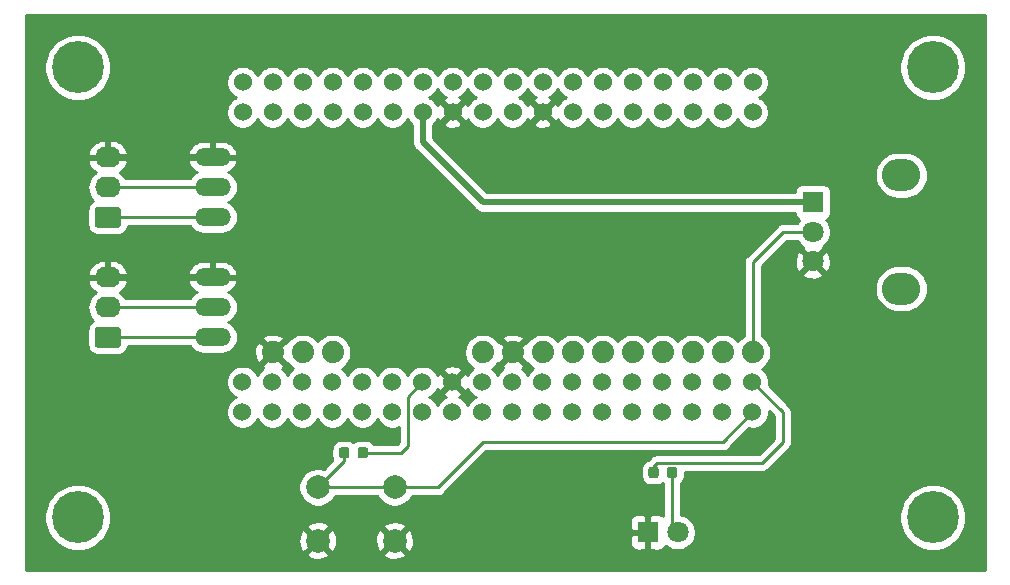
<source format=gbr>
G04 #@! TF.GenerationSoftware,KiCad,Pcbnew,(5.1.5-0-10_14)*
G04 #@! TF.CreationDate,2020-06-19T17:07:22+01:00*
G04 #@! TF.ProjectId,AIL_Workshop,41494c5f-576f-4726-9b73-686f702e6b69,rev?*
G04 #@! TF.SameCoordinates,Original*
G04 #@! TF.FileFunction,Copper,L1,Top*
G04 #@! TF.FilePolarity,Positive*
%FSLAX46Y46*%
G04 Gerber Fmt 4.6, Leading zero omitted, Abs format (unit mm)*
G04 Created by KiCad (PCBNEW (5.1.5-0-10_14)) date 2020-06-19 17:07:22*
%MOMM*%
%LPD*%
G04 APERTURE LIST*
%ADD10C,4.400000*%
%ADD11C,0.700000*%
%ADD12R,1.800000X1.800000*%
%ADD13C,1.800000*%
%ADD14O,2.190000X1.740000*%
%ADD15C,0.100000*%
%ADD16O,3.240000X2.720000*%
%ADD17C,2.000000*%
%ADD18O,3.016000X1.508000*%
%ADD19C,1.879600*%
%ADD20C,1.524000*%
%ADD21C,0.500000*%
%ADD22C,0.250000*%
%ADD23C,0.254000*%
G04 APERTURE END LIST*
D10*
X97790000Y-63500000D03*
D11*
X99440000Y-63500000D03*
X98956726Y-64666726D03*
X97790000Y-65150000D03*
X96623274Y-64666726D03*
X96140000Y-63500000D03*
X96623274Y-62333274D03*
X97790000Y-61850000D03*
X98956726Y-62333274D03*
X98956726Y-100433274D03*
X97790000Y-99950000D03*
X96623274Y-100433274D03*
X96140000Y-101600000D03*
X96623274Y-102766726D03*
X97790000Y-103250000D03*
X98956726Y-102766726D03*
X99440000Y-101600000D03*
D10*
X97790000Y-101600000D03*
X170180000Y-101600000D03*
D11*
X171830000Y-101600000D03*
X171346726Y-102766726D03*
X170180000Y-103250000D03*
X169013274Y-102766726D03*
X168530000Y-101600000D03*
X169013274Y-100433274D03*
X170180000Y-99950000D03*
X171346726Y-100433274D03*
X171346726Y-62333274D03*
X170180000Y-61850000D03*
X169013274Y-62333274D03*
X168530000Y-63500000D03*
X169013274Y-64666726D03*
X170180000Y-65150000D03*
X171346726Y-64666726D03*
X171830000Y-63500000D03*
D10*
X170180000Y-63500000D03*
D12*
X146050000Y-102870000D03*
D13*
X148590000Y-102870000D03*
D14*
X100330000Y-71120000D03*
X100330000Y-73660000D03*
G04 #@! TA.AperFunction,ComponentPad*
D15*
G36*
X101199505Y-75331204D02*
G01*
X101223773Y-75334804D01*
X101247572Y-75340765D01*
X101270671Y-75349030D01*
X101292850Y-75359520D01*
X101313893Y-75372132D01*
X101333599Y-75386747D01*
X101351777Y-75403223D01*
X101368253Y-75421401D01*
X101382868Y-75441107D01*
X101395480Y-75462150D01*
X101405970Y-75484329D01*
X101414235Y-75507428D01*
X101420196Y-75531227D01*
X101423796Y-75555495D01*
X101425000Y-75579999D01*
X101425000Y-76820001D01*
X101423796Y-76844505D01*
X101420196Y-76868773D01*
X101414235Y-76892572D01*
X101405970Y-76915671D01*
X101395480Y-76937850D01*
X101382868Y-76958893D01*
X101368253Y-76978599D01*
X101351777Y-76996777D01*
X101333599Y-77013253D01*
X101313893Y-77027868D01*
X101292850Y-77040480D01*
X101270671Y-77050970D01*
X101247572Y-77059235D01*
X101223773Y-77065196D01*
X101199505Y-77068796D01*
X101175001Y-77070000D01*
X99484999Y-77070000D01*
X99460495Y-77068796D01*
X99436227Y-77065196D01*
X99412428Y-77059235D01*
X99389329Y-77050970D01*
X99367150Y-77040480D01*
X99346107Y-77027868D01*
X99326401Y-77013253D01*
X99308223Y-76996777D01*
X99291747Y-76978599D01*
X99277132Y-76958893D01*
X99264520Y-76937850D01*
X99254030Y-76915671D01*
X99245765Y-76892572D01*
X99239804Y-76868773D01*
X99236204Y-76844505D01*
X99235000Y-76820001D01*
X99235000Y-75579999D01*
X99236204Y-75555495D01*
X99239804Y-75531227D01*
X99245765Y-75507428D01*
X99254030Y-75484329D01*
X99264520Y-75462150D01*
X99277132Y-75441107D01*
X99291747Y-75421401D01*
X99308223Y-75403223D01*
X99326401Y-75386747D01*
X99346107Y-75372132D01*
X99367150Y-75359520D01*
X99389329Y-75349030D01*
X99412428Y-75340765D01*
X99436227Y-75334804D01*
X99460495Y-75331204D01*
X99484999Y-75330000D01*
X101175001Y-75330000D01*
X101199505Y-75331204D01*
G37*
G04 #@! TD.AperFunction*
G04 #@! TA.AperFunction,ComponentPad*
G36*
X101199505Y-85491204D02*
G01*
X101223773Y-85494804D01*
X101247572Y-85500765D01*
X101270671Y-85509030D01*
X101292850Y-85519520D01*
X101313893Y-85532132D01*
X101333599Y-85546747D01*
X101351777Y-85563223D01*
X101368253Y-85581401D01*
X101382868Y-85601107D01*
X101395480Y-85622150D01*
X101405970Y-85644329D01*
X101414235Y-85667428D01*
X101420196Y-85691227D01*
X101423796Y-85715495D01*
X101425000Y-85739999D01*
X101425000Y-86980001D01*
X101423796Y-87004505D01*
X101420196Y-87028773D01*
X101414235Y-87052572D01*
X101405970Y-87075671D01*
X101395480Y-87097850D01*
X101382868Y-87118893D01*
X101368253Y-87138599D01*
X101351777Y-87156777D01*
X101333599Y-87173253D01*
X101313893Y-87187868D01*
X101292850Y-87200480D01*
X101270671Y-87210970D01*
X101247572Y-87219235D01*
X101223773Y-87225196D01*
X101199505Y-87228796D01*
X101175001Y-87230000D01*
X99484999Y-87230000D01*
X99460495Y-87228796D01*
X99436227Y-87225196D01*
X99412428Y-87219235D01*
X99389329Y-87210970D01*
X99367150Y-87200480D01*
X99346107Y-87187868D01*
X99326401Y-87173253D01*
X99308223Y-87156777D01*
X99291747Y-87138599D01*
X99277132Y-87118893D01*
X99264520Y-87097850D01*
X99254030Y-87075671D01*
X99245765Y-87052572D01*
X99239804Y-87028773D01*
X99236204Y-87004505D01*
X99235000Y-86980001D01*
X99235000Y-85739999D01*
X99236204Y-85715495D01*
X99239804Y-85691227D01*
X99245765Y-85667428D01*
X99254030Y-85644329D01*
X99264520Y-85622150D01*
X99277132Y-85601107D01*
X99291747Y-85581401D01*
X99308223Y-85563223D01*
X99326401Y-85546747D01*
X99346107Y-85532132D01*
X99367150Y-85519520D01*
X99389329Y-85509030D01*
X99412428Y-85500765D01*
X99436227Y-85494804D01*
X99460495Y-85491204D01*
X99484999Y-85490000D01*
X101175001Y-85490000D01*
X101199505Y-85491204D01*
G37*
G04 #@! TD.AperFunction*
D14*
X100330000Y-83820000D03*
X100330000Y-81280000D03*
G04 #@! TA.AperFunction,SMDPad,CuDef*
D15*
G36*
X146772691Y-97316053D02*
G01*
X146793926Y-97319203D01*
X146814750Y-97324419D01*
X146834962Y-97331651D01*
X146854368Y-97340830D01*
X146872781Y-97351866D01*
X146890024Y-97364654D01*
X146905930Y-97379070D01*
X146920346Y-97394976D01*
X146933134Y-97412219D01*
X146944170Y-97430632D01*
X146953349Y-97450038D01*
X146960581Y-97470250D01*
X146965797Y-97491074D01*
X146968947Y-97512309D01*
X146970000Y-97533750D01*
X146970000Y-98046250D01*
X146968947Y-98067691D01*
X146965797Y-98088926D01*
X146960581Y-98109750D01*
X146953349Y-98129962D01*
X146944170Y-98149368D01*
X146933134Y-98167781D01*
X146920346Y-98185024D01*
X146905930Y-98200930D01*
X146890024Y-98215346D01*
X146872781Y-98228134D01*
X146854368Y-98239170D01*
X146834962Y-98248349D01*
X146814750Y-98255581D01*
X146793926Y-98260797D01*
X146772691Y-98263947D01*
X146751250Y-98265000D01*
X146313750Y-98265000D01*
X146292309Y-98263947D01*
X146271074Y-98260797D01*
X146250250Y-98255581D01*
X146230038Y-98248349D01*
X146210632Y-98239170D01*
X146192219Y-98228134D01*
X146174976Y-98215346D01*
X146159070Y-98200930D01*
X146144654Y-98185024D01*
X146131866Y-98167781D01*
X146120830Y-98149368D01*
X146111651Y-98129962D01*
X146104419Y-98109750D01*
X146099203Y-98088926D01*
X146096053Y-98067691D01*
X146095000Y-98046250D01*
X146095000Y-97533750D01*
X146096053Y-97512309D01*
X146099203Y-97491074D01*
X146104419Y-97470250D01*
X146111651Y-97450038D01*
X146120830Y-97430632D01*
X146131866Y-97412219D01*
X146144654Y-97394976D01*
X146159070Y-97379070D01*
X146174976Y-97364654D01*
X146192219Y-97351866D01*
X146210632Y-97340830D01*
X146230038Y-97331651D01*
X146250250Y-97324419D01*
X146271074Y-97319203D01*
X146292309Y-97316053D01*
X146313750Y-97315000D01*
X146751250Y-97315000D01*
X146772691Y-97316053D01*
G37*
G04 #@! TD.AperFunction*
G04 #@! TA.AperFunction,SMDPad,CuDef*
G36*
X148347691Y-97316053D02*
G01*
X148368926Y-97319203D01*
X148389750Y-97324419D01*
X148409962Y-97331651D01*
X148429368Y-97340830D01*
X148447781Y-97351866D01*
X148465024Y-97364654D01*
X148480930Y-97379070D01*
X148495346Y-97394976D01*
X148508134Y-97412219D01*
X148519170Y-97430632D01*
X148528349Y-97450038D01*
X148535581Y-97470250D01*
X148540797Y-97491074D01*
X148543947Y-97512309D01*
X148545000Y-97533750D01*
X148545000Y-98046250D01*
X148543947Y-98067691D01*
X148540797Y-98088926D01*
X148535581Y-98109750D01*
X148528349Y-98129962D01*
X148519170Y-98149368D01*
X148508134Y-98167781D01*
X148495346Y-98185024D01*
X148480930Y-98200930D01*
X148465024Y-98215346D01*
X148447781Y-98228134D01*
X148429368Y-98239170D01*
X148409962Y-98248349D01*
X148389750Y-98255581D01*
X148368926Y-98260797D01*
X148347691Y-98263947D01*
X148326250Y-98265000D01*
X147888750Y-98265000D01*
X147867309Y-98263947D01*
X147846074Y-98260797D01*
X147825250Y-98255581D01*
X147805038Y-98248349D01*
X147785632Y-98239170D01*
X147767219Y-98228134D01*
X147749976Y-98215346D01*
X147734070Y-98200930D01*
X147719654Y-98185024D01*
X147706866Y-98167781D01*
X147695830Y-98149368D01*
X147686651Y-98129962D01*
X147679419Y-98109750D01*
X147674203Y-98088926D01*
X147671053Y-98067691D01*
X147670000Y-98046250D01*
X147670000Y-97533750D01*
X147671053Y-97512309D01*
X147674203Y-97491074D01*
X147679419Y-97470250D01*
X147686651Y-97450038D01*
X147695830Y-97430632D01*
X147706866Y-97412219D01*
X147719654Y-97394976D01*
X147734070Y-97379070D01*
X147749976Y-97364654D01*
X147767219Y-97351866D01*
X147785632Y-97340830D01*
X147805038Y-97331651D01*
X147825250Y-97324419D01*
X147846074Y-97319203D01*
X147867309Y-97316053D01*
X147888750Y-97315000D01*
X148326250Y-97315000D01*
X148347691Y-97316053D01*
G37*
G04 #@! TD.AperFunction*
G04 #@! TA.AperFunction,SMDPad,CuDef*
G36*
X120585191Y-95661054D02*
G01*
X120606426Y-95664204D01*
X120627250Y-95669420D01*
X120647462Y-95676652D01*
X120666868Y-95685831D01*
X120685281Y-95696867D01*
X120702524Y-95709655D01*
X120718430Y-95724071D01*
X120732846Y-95739977D01*
X120745634Y-95757220D01*
X120756670Y-95775633D01*
X120765849Y-95795039D01*
X120773081Y-95815251D01*
X120778297Y-95836075D01*
X120781447Y-95857310D01*
X120782500Y-95878751D01*
X120782500Y-96391251D01*
X120781447Y-96412692D01*
X120778297Y-96433927D01*
X120773081Y-96454751D01*
X120765849Y-96474963D01*
X120756670Y-96494369D01*
X120745634Y-96512782D01*
X120732846Y-96530025D01*
X120718430Y-96545931D01*
X120702524Y-96560347D01*
X120685281Y-96573135D01*
X120666868Y-96584171D01*
X120647462Y-96593350D01*
X120627250Y-96600582D01*
X120606426Y-96605798D01*
X120585191Y-96608948D01*
X120563750Y-96610001D01*
X120126250Y-96610001D01*
X120104809Y-96608948D01*
X120083574Y-96605798D01*
X120062750Y-96600582D01*
X120042538Y-96593350D01*
X120023132Y-96584171D01*
X120004719Y-96573135D01*
X119987476Y-96560347D01*
X119971570Y-96545931D01*
X119957154Y-96530025D01*
X119944366Y-96512782D01*
X119933330Y-96494369D01*
X119924151Y-96474963D01*
X119916919Y-96454751D01*
X119911703Y-96433927D01*
X119908553Y-96412692D01*
X119907500Y-96391251D01*
X119907500Y-95878751D01*
X119908553Y-95857310D01*
X119911703Y-95836075D01*
X119916919Y-95815251D01*
X119924151Y-95795039D01*
X119933330Y-95775633D01*
X119944366Y-95757220D01*
X119957154Y-95739977D01*
X119971570Y-95724071D01*
X119987476Y-95709655D01*
X120004719Y-95696867D01*
X120023132Y-95685831D01*
X120042538Y-95676652D01*
X120062750Y-95669420D01*
X120083574Y-95664204D01*
X120104809Y-95661054D01*
X120126250Y-95660001D01*
X120563750Y-95660001D01*
X120585191Y-95661054D01*
G37*
G04 #@! TD.AperFunction*
G04 #@! TA.AperFunction,SMDPad,CuDef*
G36*
X122160191Y-95661054D02*
G01*
X122181426Y-95664204D01*
X122202250Y-95669420D01*
X122222462Y-95676652D01*
X122241868Y-95685831D01*
X122260281Y-95696867D01*
X122277524Y-95709655D01*
X122293430Y-95724071D01*
X122307846Y-95739977D01*
X122320634Y-95757220D01*
X122331670Y-95775633D01*
X122340849Y-95795039D01*
X122348081Y-95815251D01*
X122353297Y-95836075D01*
X122356447Y-95857310D01*
X122357500Y-95878751D01*
X122357500Y-96391251D01*
X122356447Y-96412692D01*
X122353297Y-96433927D01*
X122348081Y-96454751D01*
X122340849Y-96474963D01*
X122331670Y-96494369D01*
X122320634Y-96512782D01*
X122307846Y-96530025D01*
X122293430Y-96545931D01*
X122277524Y-96560347D01*
X122260281Y-96573135D01*
X122241868Y-96584171D01*
X122222462Y-96593350D01*
X122202250Y-96600582D01*
X122181426Y-96605798D01*
X122160191Y-96608948D01*
X122138750Y-96610001D01*
X121701250Y-96610001D01*
X121679809Y-96608948D01*
X121658574Y-96605798D01*
X121637750Y-96600582D01*
X121617538Y-96593350D01*
X121598132Y-96584171D01*
X121579719Y-96573135D01*
X121562476Y-96560347D01*
X121546570Y-96545931D01*
X121532154Y-96530025D01*
X121519366Y-96512782D01*
X121508330Y-96494369D01*
X121499151Y-96474963D01*
X121491919Y-96454751D01*
X121486703Y-96433927D01*
X121483553Y-96412692D01*
X121482500Y-96391251D01*
X121482500Y-95878751D01*
X121483553Y-95857310D01*
X121486703Y-95836075D01*
X121491919Y-95815251D01*
X121499151Y-95795039D01*
X121508330Y-95775633D01*
X121519366Y-95757220D01*
X121532154Y-95739977D01*
X121546570Y-95724071D01*
X121562476Y-95709655D01*
X121579719Y-95696867D01*
X121598132Y-95685831D01*
X121617538Y-95676652D01*
X121637750Y-95669420D01*
X121658574Y-95664204D01*
X121679809Y-95661054D01*
X121701250Y-95660001D01*
X122138750Y-95660001D01*
X122160191Y-95661054D01*
G37*
G04 #@! TD.AperFunction*
D12*
X160020000Y-74930000D03*
D13*
X160020000Y-77430000D03*
X160020000Y-79930000D03*
D16*
X167520000Y-82230000D03*
X167520000Y-72630000D03*
D17*
X118110000Y-103560000D03*
X118110000Y-99060000D03*
X124610000Y-103560000D03*
X124610000Y-99060000D03*
D18*
X109202077Y-81262076D03*
X109202077Y-83802076D03*
X109202077Y-86342076D03*
X109202077Y-71102076D03*
X109202077Y-73642076D03*
X109202077Y-76182076D03*
D19*
X114300000Y-87630000D03*
X116840000Y-87630000D03*
X119380000Y-87630000D03*
D20*
X137141403Y-67291403D03*
X137141403Y-64751403D03*
X144761403Y-67291403D03*
X144761403Y-64751403D03*
X149841403Y-64751403D03*
X152381403Y-67291403D03*
X147301403Y-67291403D03*
X147301403Y-64751403D03*
X149841403Y-67291403D03*
X152381403Y-64751403D03*
X154921403Y-67291403D03*
X154921403Y-64751403D03*
X132061403Y-64751403D03*
X134601403Y-67291403D03*
X134601403Y-64751403D03*
X129521403Y-67291403D03*
X129521403Y-64751403D03*
X132061403Y-67291403D03*
X111741403Y-67291403D03*
X111741403Y-64751403D03*
X114281403Y-67291403D03*
X124441403Y-67291403D03*
X124441403Y-64751403D03*
X126981403Y-67291403D03*
X126981403Y-64751403D03*
X119361403Y-64751403D03*
X121901403Y-67291403D03*
X121901403Y-64751403D03*
X139681403Y-67291403D03*
X139681403Y-64751403D03*
X142221403Y-67291403D03*
X142221403Y-64751403D03*
X114281403Y-64751403D03*
X116821403Y-67291403D03*
X116821403Y-64751403D03*
X119361403Y-67291403D03*
D19*
X132080000Y-87630000D03*
X134620000Y-87630000D03*
X137160000Y-87630000D03*
X139700000Y-87630000D03*
X142240000Y-87630000D03*
X144780000Y-87630000D03*
X147320000Y-87630000D03*
X149860000Y-87630000D03*
X152400000Y-87630000D03*
X154940000Y-87630000D03*
D20*
X111730822Y-92680823D03*
X111730822Y-90140823D03*
X114270822Y-92680823D03*
X114270822Y-90140823D03*
X116810822Y-92680823D03*
X116810822Y-90140823D03*
X119350822Y-92680823D03*
X119350822Y-90140823D03*
X121890822Y-92680823D03*
X121890822Y-90140823D03*
X124430822Y-92680823D03*
X124430822Y-90140823D03*
X126970822Y-92680823D03*
X126970822Y-90140823D03*
X129510822Y-92680823D03*
X129510822Y-90140823D03*
X132050822Y-92680823D03*
X132050822Y-90140823D03*
X134590822Y-92680823D03*
X134590822Y-90140823D03*
X137130822Y-92680823D03*
X137130822Y-90140823D03*
X139670822Y-92680823D03*
X139670822Y-90140823D03*
X142210822Y-92680823D03*
X142210822Y-90140823D03*
X144750822Y-92680823D03*
X144750822Y-90140823D03*
X147290822Y-92680823D03*
X147290822Y-90140823D03*
X149830822Y-92680823D03*
X149830822Y-90140823D03*
X152370822Y-92680823D03*
X152370822Y-90140823D03*
X154910822Y-92680823D03*
X154910822Y-90140823D03*
D21*
X109184153Y-81280000D02*
X109202077Y-81262076D01*
X100330000Y-81280000D02*
X109184153Y-81280000D01*
X109184153Y-71120000D02*
X109202077Y-71102076D01*
X100330000Y-71120000D02*
X109184153Y-71120000D01*
D22*
X148107500Y-102387500D02*
X148590000Y-102870000D01*
X148107500Y-97790000D02*
X148107500Y-102387500D01*
X109184153Y-73660000D02*
X109202077Y-73642076D01*
X100330000Y-73660000D02*
X109184153Y-73660000D01*
X109184153Y-76200000D02*
X109202077Y-76182076D01*
X100330000Y-76200000D02*
X109184153Y-76200000D01*
X109184153Y-83820000D02*
X109202077Y-83802076D01*
X100330000Y-83820000D02*
X109184153Y-83820000D01*
X146532500Y-97315000D02*
X146857510Y-96989990D01*
X146857510Y-96989990D02*
X155740010Y-96989990D01*
X146532500Y-97790000D02*
X146532500Y-97315000D01*
X155740010Y-96989990D02*
X157480000Y-95250000D01*
X157480000Y-92710001D02*
X154910822Y-90140823D01*
X157480000Y-95250000D02*
X157480000Y-92710001D01*
X120345000Y-96825000D02*
X118110000Y-99060000D01*
X120345000Y-96135001D02*
X120345000Y-96825000D01*
X118110000Y-99060000D02*
X124610000Y-99060000D01*
X124610000Y-99060000D02*
X128270000Y-99060000D01*
X128270000Y-99060000D02*
X132080000Y-95250000D01*
X132080000Y-95250000D02*
X152400000Y-95250000D01*
X152400000Y-95191645D02*
X154910822Y-92680823D01*
X152400000Y-95250000D02*
X152400000Y-95191645D01*
X125730000Y-91381645D02*
X126970822Y-90140823D01*
X125730000Y-95530407D02*
X125730000Y-91381645D01*
X125125406Y-96135001D02*
X125730000Y-95530407D01*
X121920000Y-96135001D02*
X125125406Y-96135001D01*
D21*
X160020000Y-74930000D02*
X132080000Y-74930000D01*
X126981403Y-69831403D02*
X126981403Y-67291403D01*
X132080000Y-74930000D02*
X126981403Y-69831403D01*
D22*
X154940000Y-80010000D02*
X157520000Y-77430000D01*
X157520000Y-77430000D02*
X160020000Y-77430000D01*
X154940000Y-87630000D02*
X154940000Y-80010000D01*
X100347924Y-86342076D02*
X100330000Y-86360000D01*
X109202077Y-86342076D02*
X100347924Y-86342076D01*
D23*
G36*
X174600001Y-106020000D02*
G01*
X93370000Y-106020000D01*
X93370000Y-104695413D01*
X117154192Y-104695413D01*
X117249956Y-104959814D01*
X117539571Y-105100704D01*
X117851108Y-105182384D01*
X118172595Y-105201718D01*
X118491675Y-105157961D01*
X118796088Y-105052795D01*
X118970044Y-104959814D01*
X119065808Y-104695413D01*
X123654192Y-104695413D01*
X123749956Y-104959814D01*
X124039571Y-105100704D01*
X124351108Y-105182384D01*
X124672595Y-105201718D01*
X124991675Y-105157961D01*
X125296088Y-105052795D01*
X125470044Y-104959814D01*
X125565808Y-104695413D01*
X124610000Y-103739605D01*
X123654192Y-104695413D01*
X119065808Y-104695413D01*
X118110000Y-103739605D01*
X117154192Y-104695413D01*
X93370000Y-104695413D01*
X93370000Y-101320777D01*
X94955000Y-101320777D01*
X94955000Y-101879223D01*
X95063948Y-102426939D01*
X95277656Y-102942876D01*
X95587912Y-103407207D01*
X95982793Y-103802088D01*
X96447124Y-104112344D01*
X96963061Y-104326052D01*
X97510777Y-104435000D01*
X98069223Y-104435000D01*
X98616939Y-104326052D01*
X99132876Y-104112344D01*
X99597207Y-103802088D01*
X99776700Y-103622595D01*
X116468282Y-103622595D01*
X116512039Y-103941675D01*
X116617205Y-104246088D01*
X116710186Y-104420044D01*
X116974587Y-104515808D01*
X117930395Y-103560000D01*
X118289605Y-103560000D01*
X119245413Y-104515808D01*
X119509814Y-104420044D01*
X119650704Y-104130429D01*
X119732384Y-103818892D01*
X119744189Y-103622595D01*
X122968282Y-103622595D01*
X123012039Y-103941675D01*
X123117205Y-104246088D01*
X123210186Y-104420044D01*
X123474587Y-104515808D01*
X124430395Y-103560000D01*
X124789605Y-103560000D01*
X125745413Y-104515808D01*
X126009814Y-104420044D01*
X126150704Y-104130429D01*
X126232384Y-103818892D01*
X126235324Y-103770000D01*
X144511928Y-103770000D01*
X144524188Y-103894482D01*
X144560498Y-104014180D01*
X144619463Y-104124494D01*
X144698815Y-104221185D01*
X144795506Y-104300537D01*
X144905820Y-104359502D01*
X145025518Y-104395812D01*
X145150000Y-104408072D01*
X145764250Y-104405000D01*
X145923000Y-104246250D01*
X145923000Y-102997000D01*
X144673750Y-102997000D01*
X144515000Y-103155750D01*
X144511928Y-103770000D01*
X126235324Y-103770000D01*
X126251718Y-103497405D01*
X126207961Y-103178325D01*
X126102795Y-102873912D01*
X126009814Y-102699956D01*
X125745413Y-102604192D01*
X124789605Y-103560000D01*
X124430395Y-103560000D01*
X123474587Y-102604192D01*
X123210186Y-102699956D01*
X123069296Y-102989571D01*
X122987616Y-103301108D01*
X122968282Y-103622595D01*
X119744189Y-103622595D01*
X119751718Y-103497405D01*
X119707961Y-103178325D01*
X119602795Y-102873912D01*
X119509814Y-102699956D01*
X119245413Y-102604192D01*
X118289605Y-103560000D01*
X117930395Y-103560000D01*
X116974587Y-102604192D01*
X116710186Y-102699956D01*
X116569296Y-102989571D01*
X116487616Y-103301108D01*
X116468282Y-103622595D01*
X99776700Y-103622595D01*
X99992088Y-103407207D01*
X100302344Y-102942876D01*
X100516052Y-102426939D01*
X100516519Y-102424587D01*
X117154192Y-102424587D01*
X118110000Y-103380395D01*
X119065808Y-102424587D01*
X123654192Y-102424587D01*
X124610000Y-103380395D01*
X125565808Y-102424587D01*
X125470044Y-102160186D01*
X125180429Y-102019296D01*
X124992409Y-101970000D01*
X144511928Y-101970000D01*
X144515000Y-102584250D01*
X144673750Y-102743000D01*
X145923000Y-102743000D01*
X145923000Y-101493750D01*
X145764250Y-101335000D01*
X145150000Y-101331928D01*
X145025518Y-101344188D01*
X144905820Y-101380498D01*
X144795506Y-101439463D01*
X144698815Y-101518815D01*
X144619463Y-101615506D01*
X144560498Y-101725820D01*
X144524188Y-101845518D01*
X144511928Y-101970000D01*
X124992409Y-101970000D01*
X124868892Y-101937616D01*
X124547405Y-101918282D01*
X124228325Y-101962039D01*
X123923912Y-102067205D01*
X123749956Y-102160186D01*
X123654192Y-102424587D01*
X119065808Y-102424587D01*
X118970044Y-102160186D01*
X118680429Y-102019296D01*
X118368892Y-101937616D01*
X118047405Y-101918282D01*
X117728325Y-101962039D01*
X117423912Y-102067205D01*
X117249956Y-102160186D01*
X117154192Y-102424587D01*
X100516519Y-102424587D01*
X100625000Y-101879223D01*
X100625000Y-101320777D01*
X100516052Y-100773061D01*
X100302344Y-100257124D01*
X99992088Y-99792793D01*
X99597207Y-99397912D01*
X99132876Y-99087656D01*
X98616939Y-98873948D01*
X98069223Y-98765000D01*
X97510777Y-98765000D01*
X96963061Y-98873948D01*
X96447124Y-99087656D01*
X95982793Y-99397912D01*
X95587912Y-99792793D01*
X95277656Y-100257124D01*
X95063948Y-100773061D01*
X94955000Y-101320777D01*
X93370000Y-101320777D01*
X93370000Y-90003231D01*
X110333822Y-90003231D01*
X110333822Y-90278415D01*
X110387508Y-90548313D01*
X110492817Y-90802550D01*
X110645702Y-91031358D01*
X110840287Y-91225943D01*
X111069095Y-91378828D01*
X111146337Y-91410823D01*
X111069095Y-91442818D01*
X110840287Y-91595703D01*
X110645702Y-91790288D01*
X110492817Y-92019096D01*
X110387508Y-92273333D01*
X110333822Y-92543231D01*
X110333822Y-92818415D01*
X110387508Y-93088313D01*
X110492817Y-93342550D01*
X110645702Y-93571358D01*
X110840287Y-93765943D01*
X111069095Y-93918828D01*
X111323332Y-94024137D01*
X111593230Y-94077823D01*
X111868414Y-94077823D01*
X112138312Y-94024137D01*
X112392549Y-93918828D01*
X112621357Y-93765943D01*
X112815942Y-93571358D01*
X112968827Y-93342550D01*
X113000822Y-93265308D01*
X113032817Y-93342550D01*
X113185702Y-93571358D01*
X113380287Y-93765943D01*
X113609095Y-93918828D01*
X113863332Y-94024137D01*
X114133230Y-94077823D01*
X114408414Y-94077823D01*
X114678312Y-94024137D01*
X114932549Y-93918828D01*
X115161357Y-93765943D01*
X115355942Y-93571358D01*
X115508827Y-93342550D01*
X115540822Y-93265308D01*
X115572817Y-93342550D01*
X115725702Y-93571358D01*
X115920287Y-93765943D01*
X116149095Y-93918828D01*
X116403332Y-94024137D01*
X116673230Y-94077823D01*
X116948414Y-94077823D01*
X117218312Y-94024137D01*
X117472549Y-93918828D01*
X117701357Y-93765943D01*
X117895942Y-93571358D01*
X118048827Y-93342550D01*
X118080822Y-93265308D01*
X118112817Y-93342550D01*
X118265702Y-93571358D01*
X118460287Y-93765943D01*
X118689095Y-93918828D01*
X118943332Y-94024137D01*
X119213230Y-94077823D01*
X119488414Y-94077823D01*
X119758312Y-94024137D01*
X120012549Y-93918828D01*
X120241357Y-93765943D01*
X120435942Y-93571358D01*
X120588827Y-93342550D01*
X120620822Y-93265308D01*
X120652817Y-93342550D01*
X120805702Y-93571358D01*
X121000287Y-93765943D01*
X121229095Y-93918828D01*
X121483332Y-94024137D01*
X121753230Y-94077823D01*
X122028414Y-94077823D01*
X122298312Y-94024137D01*
X122552549Y-93918828D01*
X122781357Y-93765943D01*
X122975942Y-93571358D01*
X123128827Y-93342550D01*
X123160822Y-93265308D01*
X123192817Y-93342550D01*
X123345702Y-93571358D01*
X123540287Y-93765943D01*
X123769095Y-93918828D01*
X124023332Y-94024137D01*
X124293230Y-94077823D01*
X124568414Y-94077823D01*
X124838312Y-94024137D01*
X124970000Y-93969590D01*
X124970000Y-95215605D01*
X124810605Y-95375001D01*
X122828418Y-95375001D01*
X122744615Y-95272886D01*
X122614775Y-95166330D01*
X122466642Y-95087151D01*
X122305908Y-95038393D01*
X122138750Y-95021929D01*
X121701250Y-95021929D01*
X121534092Y-95038393D01*
X121373358Y-95087151D01*
X121225225Y-95166330D01*
X121132500Y-95242427D01*
X121039775Y-95166330D01*
X120891642Y-95087151D01*
X120730908Y-95038393D01*
X120563750Y-95021929D01*
X120126250Y-95021929D01*
X119959092Y-95038393D01*
X119798358Y-95087151D01*
X119650225Y-95166330D01*
X119520385Y-95272886D01*
X119413829Y-95402726D01*
X119334650Y-95550859D01*
X119285892Y-95711593D01*
X119269428Y-95878751D01*
X119269428Y-96391251D01*
X119285892Y-96558409D01*
X119334650Y-96719143D01*
X119349073Y-96746126D01*
X118601376Y-97493823D01*
X118586912Y-97487832D01*
X118271033Y-97425000D01*
X117948967Y-97425000D01*
X117633088Y-97487832D01*
X117335537Y-97611082D01*
X117067748Y-97790013D01*
X116840013Y-98017748D01*
X116661082Y-98285537D01*
X116537832Y-98583088D01*
X116475000Y-98898967D01*
X116475000Y-99221033D01*
X116537832Y-99536912D01*
X116661082Y-99834463D01*
X116840013Y-100102252D01*
X117067748Y-100329987D01*
X117335537Y-100508918D01*
X117633088Y-100632168D01*
X117948967Y-100695000D01*
X118271033Y-100695000D01*
X118586912Y-100632168D01*
X118884463Y-100508918D01*
X119152252Y-100329987D01*
X119379987Y-100102252D01*
X119558918Y-99834463D01*
X119564909Y-99820000D01*
X123155091Y-99820000D01*
X123161082Y-99834463D01*
X123340013Y-100102252D01*
X123567748Y-100329987D01*
X123835537Y-100508918D01*
X124133088Y-100632168D01*
X124448967Y-100695000D01*
X124771033Y-100695000D01*
X125086912Y-100632168D01*
X125384463Y-100508918D01*
X125652252Y-100329987D01*
X125879987Y-100102252D01*
X126058918Y-99834463D01*
X126064909Y-99820000D01*
X128232678Y-99820000D01*
X128270000Y-99823676D01*
X128307322Y-99820000D01*
X128307333Y-99820000D01*
X128418986Y-99809003D01*
X128562247Y-99765546D01*
X128694276Y-99694974D01*
X128810001Y-99600001D01*
X128833804Y-99570997D01*
X132394802Y-96010000D01*
X152362667Y-96010000D01*
X152400000Y-96013677D01*
X152437333Y-96010000D01*
X152548986Y-95999003D01*
X152692247Y-95955546D01*
X152824276Y-95884974D01*
X152940001Y-95790001D01*
X153034974Y-95674276D01*
X153084126Y-95582320D01*
X154619252Y-94047195D01*
X154773230Y-94077823D01*
X155048414Y-94077823D01*
X155318312Y-94024137D01*
X155572549Y-93918828D01*
X155801357Y-93765943D01*
X155995942Y-93571358D01*
X156148827Y-93342550D01*
X156254136Y-93088313D01*
X156307822Y-92818415D01*
X156307822Y-92612625D01*
X156720001Y-93024804D01*
X156720000Y-94935197D01*
X155425209Y-96229990D01*
X146894843Y-96229990D01*
X146857510Y-96226313D01*
X146820177Y-96229990D01*
X146708524Y-96240987D01*
X146565263Y-96284444D01*
X146433234Y-96355016D01*
X146317509Y-96449989D01*
X146293706Y-96478993D01*
X146050009Y-96722690D01*
X145985858Y-96742150D01*
X145837725Y-96821329D01*
X145707885Y-96927885D01*
X145601329Y-97057725D01*
X145522150Y-97205858D01*
X145473392Y-97366592D01*
X145456928Y-97533750D01*
X145456928Y-98046250D01*
X145473392Y-98213408D01*
X145522150Y-98374142D01*
X145601329Y-98522275D01*
X145707885Y-98652115D01*
X145837725Y-98758671D01*
X145985858Y-98837850D01*
X146146592Y-98886608D01*
X146313750Y-98903072D01*
X146751250Y-98903072D01*
X146918408Y-98886608D01*
X147079142Y-98837850D01*
X147227275Y-98758671D01*
X147320000Y-98682574D01*
X147347500Y-98705143D01*
X147347501Y-101474758D01*
X147304494Y-101439463D01*
X147194180Y-101380498D01*
X147074482Y-101344188D01*
X146950000Y-101331928D01*
X146335750Y-101335000D01*
X146177000Y-101493750D01*
X146177000Y-102743000D01*
X146197000Y-102743000D01*
X146197000Y-102997000D01*
X146177000Y-102997000D01*
X146177000Y-104246250D01*
X146335750Y-104405000D01*
X146950000Y-104408072D01*
X147074482Y-104395812D01*
X147194180Y-104359502D01*
X147304494Y-104300537D01*
X147401185Y-104221185D01*
X147480537Y-104124494D01*
X147539502Y-104014180D01*
X147545056Y-103995873D01*
X147611495Y-104062312D01*
X147862905Y-104230299D01*
X148142257Y-104346011D01*
X148438816Y-104405000D01*
X148741184Y-104405000D01*
X149037743Y-104346011D01*
X149317095Y-104230299D01*
X149568505Y-104062312D01*
X149782312Y-103848505D01*
X149950299Y-103597095D01*
X150066011Y-103317743D01*
X150125000Y-103021184D01*
X150125000Y-102718816D01*
X150066011Y-102422257D01*
X149950299Y-102142905D01*
X149782312Y-101891495D01*
X149568505Y-101677688D01*
X149317095Y-101509701D01*
X149037743Y-101393989D01*
X148867500Y-101360126D01*
X148867500Y-101320777D01*
X167345000Y-101320777D01*
X167345000Y-101879223D01*
X167453948Y-102426939D01*
X167667656Y-102942876D01*
X167977912Y-103407207D01*
X168372793Y-103802088D01*
X168837124Y-104112344D01*
X169353061Y-104326052D01*
X169900777Y-104435000D01*
X170459223Y-104435000D01*
X171006939Y-104326052D01*
X171522876Y-104112344D01*
X171987207Y-103802088D01*
X172382088Y-103407207D01*
X172692344Y-102942876D01*
X172906052Y-102426939D01*
X173015000Y-101879223D01*
X173015000Y-101320777D01*
X172906052Y-100773061D01*
X172692344Y-100257124D01*
X172382088Y-99792793D01*
X171987207Y-99397912D01*
X171522876Y-99087656D01*
X171006939Y-98873948D01*
X170459223Y-98765000D01*
X169900777Y-98765000D01*
X169353061Y-98873948D01*
X168837124Y-99087656D01*
X168372793Y-99397912D01*
X167977912Y-99792793D01*
X167667656Y-100257124D01*
X167453948Y-100773061D01*
X167345000Y-101320777D01*
X148867500Y-101320777D01*
X148867500Y-98705143D01*
X148932115Y-98652115D01*
X149038671Y-98522275D01*
X149117850Y-98374142D01*
X149166608Y-98213408D01*
X149183072Y-98046250D01*
X149183072Y-97749990D01*
X155702688Y-97749990D01*
X155740010Y-97753666D01*
X155777332Y-97749990D01*
X155777343Y-97749990D01*
X155888996Y-97738993D01*
X156032257Y-97695536D01*
X156164286Y-97624964D01*
X156280011Y-97529991D01*
X156303813Y-97500988D01*
X157991009Y-95813794D01*
X158020001Y-95790001D01*
X158043795Y-95761008D01*
X158043799Y-95761004D01*
X158110774Y-95679394D01*
X158114974Y-95674276D01*
X158185546Y-95542247D01*
X158229003Y-95398986D01*
X158240000Y-95287333D01*
X158240000Y-95287324D01*
X158243676Y-95250001D01*
X158240000Y-95212678D01*
X158240000Y-92747323D01*
X158243676Y-92710000D01*
X158240000Y-92672677D01*
X158240000Y-92672668D01*
X158229003Y-92561015D01*
X158185546Y-92417754D01*
X158114974Y-92285725D01*
X158020001Y-92170000D01*
X157991003Y-92146202D01*
X156277194Y-90432393D01*
X156307822Y-90278415D01*
X156307822Y-90003231D01*
X156254136Y-89733333D01*
X156148827Y-89479096D01*
X155995942Y-89250288D01*
X155801357Y-89055703D01*
X155721104Y-89002079D01*
X155943877Y-88853227D01*
X156163227Y-88633877D01*
X156335570Y-88375948D01*
X156454282Y-88089352D01*
X156514800Y-87785104D01*
X156514800Y-87474896D01*
X156454282Y-87170648D01*
X156335570Y-86884052D01*
X156163227Y-86626123D01*
X155943877Y-86406773D01*
X155700000Y-86243819D01*
X155700000Y-82230000D01*
X165255348Y-82230000D01*
X165293867Y-82621088D01*
X165407943Y-82997147D01*
X165593193Y-83343725D01*
X165842497Y-83647503D01*
X166146275Y-83896807D01*
X166492853Y-84082057D01*
X166868912Y-84196133D01*
X167162002Y-84225000D01*
X167877998Y-84225000D01*
X168171088Y-84196133D01*
X168547147Y-84082057D01*
X168893725Y-83896807D01*
X169197503Y-83647503D01*
X169446807Y-83343725D01*
X169632057Y-82997147D01*
X169746133Y-82621088D01*
X169784652Y-82230000D01*
X169746133Y-81838912D01*
X169632057Y-81462853D01*
X169446807Y-81116275D01*
X169197503Y-80812497D01*
X168893725Y-80563193D01*
X168547147Y-80377943D01*
X168171088Y-80263867D01*
X167877998Y-80235000D01*
X167162002Y-80235000D01*
X166868912Y-80263867D01*
X166492853Y-80377943D01*
X166146275Y-80563193D01*
X165842497Y-80812497D01*
X165593193Y-81116275D01*
X165407943Y-81462853D01*
X165293867Y-81838912D01*
X165255348Y-82230000D01*
X155700000Y-82230000D01*
X155700000Y-80994080D01*
X159135525Y-80994080D01*
X159219208Y-81248261D01*
X159491775Y-81379158D01*
X159784642Y-81454365D01*
X160086553Y-81470991D01*
X160385907Y-81428397D01*
X160671199Y-81328222D01*
X160820792Y-81248261D01*
X160904475Y-80994080D01*
X160020000Y-80109605D01*
X159135525Y-80994080D01*
X155700000Y-80994080D01*
X155700000Y-80324801D01*
X156028248Y-79996553D01*
X158479009Y-79996553D01*
X158521603Y-80295907D01*
X158621778Y-80581199D01*
X158701739Y-80730792D01*
X158955920Y-80814475D01*
X159840395Y-79930000D01*
X160199605Y-79930000D01*
X161084080Y-80814475D01*
X161338261Y-80730792D01*
X161469158Y-80458225D01*
X161544365Y-80165358D01*
X161560991Y-79863447D01*
X161518397Y-79564093D01*
X161418222Y-79278801D01*
X161338261Y-79129208D01*
X161084080Y-79045525D01*
X160199605Y-79930000D01*
X159840395Y-79930000D01*
X158955920Y-79045525D01*
X158701739Y-79129208D01*
X158570842Y-79401775D01*
X158495635Y-79694642D01*
X158479009Y-79996553D01*
X156028248Y-79996553D01*
X157834802Y-78190000D01*
X158681687Y-78190000D01*
X158827688Y-78408505D01*
X159041495Y-78622312D01*
X159184310Y-78717738D01*
X159135525Y-78865920D01*
X160020000Y-79750395D01*
X160904475Y-78865920D01*
X160855690Y-78717738D01*
X160998505Y-78622312D01*
X161212312Y-78408505D01*
X161380299Y-78157095D01*
X161496011Y-77877743D01*
X161555000Y-77581184D01*
X161555000Y-77278816D01*
X161496011Y-76982257D01*
X161380299Y-76702905D01*
X161212312Y-76451495D01*
X161174697Y-76413880D01*
X161274494Y-76360537D01*
X161371185Y-76281185D01*
X161450537Y-76184494D01*
X161509502Y-76074180D01*
X161545812Y-75954482D01*
X161558072Y-75830000D01*
X161558072Y-74030000D01*
X161545812Y-73905518D01*
X161509502Y-73785820D01*
X161450537Y-73675506D01*
X161371185Y-73578815D01*
X161274494Y-73499463D01*
X161164180Y-73440498D01*
X161044482Y-73404188D01*
X160920000Y-73391928D01*
X159120000Y-73391928D01*
X158995518Y-73404188D01*
X158875820Y-73440498D01*
X158765506Y-73499463D01*
X158668815Y-73578815D01*
X158589463Y-73675506D01*
X158530498Y-73785820D01*
X158494188Y-73905518D01*
X158481928Y-74030000D01*
X158481928Y-74045000D01*
X132446579Y-74045000D01*
X131031579Y-72630000D01*
X165255348Y-72630000D01*
X165293867Y-73021088D01*
X165407943Y-73397147D01*
X165593193Y-73743725D01*
X165842497Y-74047503D01*
X166146275Y-74296807D01*
X166492853Y-74482057D01*
X166868912Y-74596133D01*
X167162002Y-74625000D01*
X167877998Y-74625000D01*
X168171088Y-74596133D01*
X168547147Y-74482057D01*
X168893725Y-74296807D01*
X169197503Y-74047503D01*
X169446807Y-73743725D01*
X169632057Y-73397147D01*
X169746133Y-73021088D01*
X169784652Y-72630000D01*
X169746133Y-72238912D01*
X169632057Y-71862853D01*
X169446807Y-71516275D01*
X169197503Y-71212497D01*
X168893725Y-70963193D01*
X168547147Y-70777943D01*
X168171088Y-70663867D01*
X167877998Y-70635000D01*
X167162002Y-70635000D01*
X166868912Y-70663867D01*
X166492853Y-70777943D01*
X166146275Y-70963193D01*
X165842497Y-71212497D01*
X165593193Y-71516275D01*
X165407943Y-71862853D01*
X165293867Y-72238912D01*
X165255348Y-72630000D01*
X131031579Y-72630000D01*
X127866403Y-69464825D01*
X127866403Y-68380221D01*
X127871938Y-68376523D01*
X127991493Y-68256968D01*
X128735443Y-68256968D01*
X128802423Y-68497059D01*
X129051451Y-68614159D01*
X129318538Y-68680426D01*
X129593420Y-68693313D01*
X129865536Y-68652325D01*
X130124426Y-68559039D01*
X130240383Y-68497059D01*
X130307363Y-68256968D01*
X129521403Y-67471008D01*
X128735443Y-68256968D01*
X127991493Y-68256968D01*
X128066523Y-68181938D01*
X128219408Y-67953130D01*
X128249095Y-67881460D01*
X128253767Y-67894426D01*
X128315747Y-68010383D01*
X128555838Y-68077363D01*
X129341798Y-67291403D01*
X128555838Y-66505443D01*
X128315747Y-66572423D01*
X128251918Y-66708163D01*
X128219408Y-66629676D01*
X128066523Y-66400868D01*
X127871938Y-66206283D01*
X127643130Y-66053398D01*
X127565888Y-66021403D01*
X127643130Y-65989408D01*
X127871938Y-65836523D01*
X128066523Y-65641938D01*
X128219408Y-65413130D01*
X128251403Y-65335888D01*
X128283398Y-65413130D01*
X128436283Y-65641938D01*
X128630868Y-65836523D01*
X128859676Y-65989408D01*
X128931346Y-66019095D01*
X128918380Y-66023767D01*
X128802423Y-66085747D01*
X128735443Y-66325838D01*
X129521403Y-67111798D01*
X130307363Y-66325838D01*
X130240383Y-66085747D01*
X130104643Y-66021918D01*
X130183130Y-65989408D01*
X130411938Y-65836523D01*
X130606523Y-65641938D01*
X130759408Y-65413130D01*
X130791403Y-65335888D01*
X130823398Y-65413130D01*
X130976283Y-65641938D01*
X131170868Y-65836523D01*
X131399676Y-65989408D01*
X131476918Y-66021403D01*
X131399676Y-66053398D01*
X131170868Y-66206283D01*
X130976283Y-66400868D01*
X130823398Y-66629676D01*
X130793711Y-66701346D01*
X130789039Y-66688380D01*
X130727059Y-66572423D01*
X130486968Y-66505443D01*
X129701008Y-67291403D01*
X130486968Y-68077363D01*
X130727059Y-68010383D01*
X130790888Y-67874643D01*
X130823398Y-67953130D01*
X130976283Y-68181938D01*
X131170868Y-68376523D01*
X131399676Y-68529408D01*
X131653913Y-68634717D01*
X131923811Y-68688403D01*
X132198995Y-68688403D01*
X132468893Y-68634717D01*
X132723130Y-68529408D01*
X132951938Y-68376523D01*
X133146523Y-68181938D01*
X133299408Y-67953130D01*
X133331403Y-67875888D01*
X133363398Y-67953130D01*
X133516283Y-68181938D01*
X133710868Y-68376523D01*
X133939676Y-68529408D01*
X134193913Y-68634717D01*
X134463811Y-68688403D01*
X134738995Y-68688403D01*
X135008893Y-68634717D01*
X135263130Y-68529408D01*
X135491938Y-68376523D01*
X135611493Y-68256968D01*
X136355443Y-68256968D01*
X136422423Y-68497059D01*
X136671451Y-68614159D01*
X136938538Y-68680426D01*
X137213420Y-68693313D01*
X137485536Y-68652325D01*
X137744426Y-68559039D01*
X137860383Y-68497059D01*
X137927363Y-68256968D01*
X137141403Y-67471008D01*
X136355443Y-68256968D01*
X135611493Y-68256968D01*
X135686523Y-68181938D01*
X135839408Y-67953130D01*
X135869095Y-67881460D01*
X135873767Y-67894426D01*
X135935747Y-68010383D01*
X136175838Y-68077363D01*
X136961798Y-67291403D01*
X136175838Y-66505443D01*
X135935747Y-66572423D01*
X135871918Y-66708163D01*
X135839408Y-66629676D01*
X135686523Y-66400868D01*
X135491938Y-66206283D01*
X135263130Y-66053398D01*
X135185888Y-66021403D01*
X135263130Y-65989408D01*
X135491938Y-65836523D01*
X135686523Y-65641938D01*
X135839408Y-65413130D01*
X135871403Y-65335888D01*
X135903398Y-65413130D01*
X136056283Y-65641938D01*
X136250868Y-65836523D01*
X136479676Y-65989408D01*
X136551346Y-66019095D01*
X136538380Y-66023767D01*
X136422423Y-66085747D01*
X136355443Y-66325838D01*
X137141403Y-67111798D01*
X137927363Y-66325838D01*
X137860383Y-66085747D01*
X137724643Y-66021918D01*
X137803130Y-65989408D01*
X138031938Y-65836523D01*
X138226523Y-65641938D01*
X138379408Y-65413130D01*
X138411403Y-65335888D01*
X138443398Y-65413130D01*
X138596283Y-65641938D01*
X138790868Y-65836523D01*
X139019676Y-65989408D01*
X139096918Y-66021403D01*
X139019676Y-66053398D01*
X138790868Y-66206283D01*
X138596283Y-66400868D01*
X138443398Y-66629676D01*
X138413711Y-66701346D01*
X138409039Y-66688380D01*
X138347059Y-66572423D01*
X138106968Y-66505443D01*
X137321008Y-67291403D01*
X138106968Y-68077363D01*
X138347059Y-68010383D01*
X138410888Y-67874643D01*
X138443398Y-67953130D01*
X138596283Y-68181938D01*
X138790868Y-68376523D01*
X139019676Y-68529408D01*
X139273913Y-68634717D01*
X139543811Y-68688403D01*
X139818995Y-68688403D01*
X140088893Y-68634717D01*
X140343130Y-68529408D01*
X140571938Y-68376523D01*
X140766523Y-68181938D01*
X140919408Y-67953130D01*
X140951403Y-67875888D01*
X140983398Y-67953130D01*
X141136283Y-68181938D01*
X141330868Y-68376523D01*
X141559676Y-68529408D01*
X141813913Y-68634717D01*
X142083811Y-68688403D01*
X142358995Y-68688403D01*
X142628893Y-68634717D01*
X142883130Y-68529408D01*
X143111938Y-68376523D01*
X143306523Y-68181938D01*
X143459408Y-67953130D01*
X143491403Y-67875888D01*
X143523398Y-67953130D01*
X143676283Y-68181938D01*
X143870868Y-68376523D01*
X144099676Y-68529408D01*
X144353913Y-68634717D01*
X144623811Y-68688403D01*
X144898995Y-68688403D01*
X145168893Y-68634717D01*
X145423130Y-68529408D01*
X145651938Y-68376523D01*
X145846523Y-68181938D01*
X145999408Y-67953130D01*
X146031403Y-67875888D01*
X146063398Y-67953130D01*
X146216283Y-68181938D01*
X146410868Y-68376523D01*
X146639676Y-68529408D01*
X146893913Y-68634717D01*
X147163811Y-68688403D01*
X147438995Y-68688403D01*
X147708893Y-68634717D01*
X147963130Y-68529408D01*
X148191938Y-68376523D01*
X148386523Y-68181938D01*
X148539408Y-67953130D01*
X148571403Y-67875888D01*
X148603398Y-67953130D01*
X148756283Y-68181938D01*
X148950868Y-68376523D01*
X149179676Y-68529408D01*
X149433913Y-68634717D01*
X149703811Y-68688403D01*
X149978995Y-68688403D01*
X150248893Y-68634717D01*
X150503130Y-68529408D01*
X150731938Y-68376523D01*
X150926523Y-68181938D01*
X151079408Y-67953130D01*
X151111403Y-67875888D01*
X151143398Y-67953130D01*
X151296283Y-68181938D01*
X151490868Y-68376523D01*
X151719676Y-68529408D01*
X151973913Y-68634717D01*
X152243811Y-68688403D01*
X152518995Y-68688403D01*
X152788893Y-68634717D01*
X153043130Y-68529408D01*
X153271938Y-68376523D01*
X153466523Y-68181938D01*
X153619408Y-67953130D01*
X153651403Y-67875888D01*
X153683398Y-67953130D01*
X153836283Y-68181938D01*
X154030868Y-68376523D01*
X154259676Y-68529408D01*
X154513913Y-68634717D01*
X154783811Y-68688403D01*
X155058995Y-68688403D01*
X155328893Y-68634717D01*
X155583130Y-68529408D01*
X155811938Y-68376523D01*
X156006523Y-68181938D01*
X156159408Y-67953130D01*
X156264717Y-67698893D01*
X156318403Y-67428995D01*
X156318403Y-67153811D01*
X156264717Y-66883913D01*
X156159408Y-66629676D01*
X156006523Y-66400868D01*
X155811938Y-66206283D01*
X155583130Y-66053398D01*
X155505888Y-66021403D01*
X155583130Y-65989408D01*
X155811938Y-65836523D01*
X156006523Y-65641938D01*
X156159408Y-65413130D01*
X156264717Y-65158893D01*
X156318403Y-64888995D01*
X156318403Y-64613811D01*
X156264717Y-64343913D01*
X156159408Y-64089676D01*
X156006523Y-63860868D01*
X155811938Y-63666283D01*
X155583130Y-63513398D01*
X155328893Y-63408089D01*
X155058995Y-63354403D01*
X154783811Y-63354403D01*
X154513913Y-63408089D01*
X154259676Y-63513398D01*
X154030868Y-63666283D01*
X153836283Y-63860868D01*
X153683398Y-64089676D01*
X153651403Y-64166918D01*
X153619408Y-64089676D01*
X153466523Y-63860868D01*
X153271938Y-63666283D01*
X153043130Y-63513398D01*
X152788893Y-63408089D01*
X152518995Y-63354403D01*
X152243811Y-63354403D01*
X151973913Y-63408089D01*
X151719676Y-63513398D01*
X151490868Y-63666283D01*
X151296283Y-63860868D01*
X151143398Y-64089676D01*
X151111403Y-64166918D01*
X151079408Y-64089676D01*
X150926523Y-63860868D01*
X150731938Y-63666283D01*
X150503130Y-63513398D01*
X150248893Y-63408089D01*
X149978995Y-63354403D01*
X149703811Y-63354403D01*
X149433913Y-63408089D01*
X149179676Y-63513398D01*
X148950868Y-63666283D01*
X148756283Y-63860868D01*
X148603398Y-64089676D01*
X148571403Y-64166918D01*
X148539408Y-64089676D01*
X148386523Y-63860868D01*
X148191938Y-63666283D01*
X147963130Y-63513398D01*
X147708893Y-63408089D01*
X147438995Y-63354403D01*
X147163811Y-63354403D01*
X146893913Y-63408089D01*
X146639676Y-63513398D01*
X146410868Y-63666283D01*
X146216283Y-63860868D01*
X146063398Y-64089676D01*
X146031403Y-64166918D01*
X145999408Y-64089676D01*
X145846523Y-63860868D01*
X145651938Y-63666283D01*
X145423130Y-63513398D01*
X145168893Y-63408089D01*
X144898995Y-63354403D01*
X144623811Y-63354403D01*
X144353913Y-63408089D01*
X144099676Y-63513398D01*
X143870868Y-63666283D01*
X143676283Y-63860868D01*
X143523398Y-64089676D01*
X143491403Y-64166918D01*
X143459408Y-64089676D01*
X143306523Y-63860868D01*
X143111938Y-63666283D01*
X142883130Y-63513398D01*
X142628893Y-63408089D01*
X142358995Y-63354403D01*
X142083811Y-63354403D01*
X141813913Y-63408089D01*
X141559676Y-63513398D01*
X141330868Y-63666283D01*
X141136283Y-63860868D01*
X140983398Y-64089676D01*
X140951403Y-64166918D01*
X140919408Y-64089676D01*
X140766523Y-63860868D01*
X140571938Y-63666283D01*
X140343130Y-63513398D01*
X140088893Y-63408089D01*
X139818995Y-63354403D01*
X139543811Y-63354403D01*
X139273913Y-63408089D01*
X139019676Y-63513398D01*
X138790868Y-63666283D01*
X138596283Y-63860868D01*
X138443398Y-64089676D01*
X138411403Y-64166918D01*
X138379408Y-64089676D01*
X138226523Y-63860868D01*
X138031938Y-63666283D01*
X137803130Y-63513398D01*
X137548893Y-63408089D01*
X137278995Y-63354403D01*
X137003811Y-63354403D01*
X136733913Y-63408089D01*
X136479676Y-63513398D01*
X136250868Y-63666283D01*
X136056283Y-63860868D01*
X135903398Y-64089676D01*
X135871403Y-64166918D01*
X135839408Y-64089676D01*
X135686523Y-63860868D01*
X135491938Y-63666283D01*
X135263130Y-63513398D01*
X135008893Y-63408089D01*
X134738995Y-63354403D01*
X134463811Y-63354403D01*
X134193913Y-63408089D01*
X133939676Y-63513398D01*
X133710868Y-63666283D01*
X133516283Y-63860868D01*
X133363398Y-64089676D01*
X133331403Y-64166918D01*
X133299408Y-64089676D01*
X133146523Y-63860868D01*
X132951938Y-63666283D01*
X132723130Y-63513398D01*
X132468893Y-63408089D01*
X132198995Y-63354403D01*
X131923811Y-63354403D01*
X131653913Y-63408089D01*
X131399676Y-63513398D01*
X131170868Y-63666283D01*
X130976283Y-63860868D01*
X130823398Y-64089676D01*
X130791403Y-64166918D01*
X130759408Y-64089676D01*
X130606523Y-63860868D01*
X130411938Y-63666283D01*
X130183130Y-63513398D01*
X129928893Y-63408089D01*
X129658995Y-63354403D01*
X129383811Y-63354403D01*
X129113913Y-63408089D01*
X128859676Y-63513398D01*
X128630868Y-63666283D01*
X128436283Y-63860868D01*
X128283398Y-64089676D01*
X128251403Y-64166918D01*
X128219408Y-64089676D01*
X128066523Y-63860868D01*
X127871938Y-63666283D01*
X127643130Y-63513398D01*
X127388893Y-63408089D01*
X127118995Y-63354403D01*
X126843811Y-63354403D01*
X126573913Y-63408089D01*
X126319676Y-63513398D01*
X126090868Y-63666283D01*
X125896283Y-63860868D01*
X125743398Y-64089676D01*
X125711403Y-64166918D01*
X125679408Y-64089676D01*
X125526523Y-63860868D01*
X125331938Y-63666283D01*
X125103130Y-63513398D01*
X124848893Y-63408089D01*
X124578995Y-63354403D01*
X124303811Y-63354403D01*
X124033913Y-63408089D01*
X123779676Y-63513398D01*
X123550868Y-63666283D01*
X123356283Y-63860868D01*
X123203398Y-64089676D01*
X123171403Y-64166918D01*
X123139408Y-64089676D01*
X122986523Y-63860868D01*
X122791938Y-63666283D01*
X122563130Y-63513398D01*
X122308893Y-63408089D01*
X122038995Y-63354403D01*
X121763811Y-63354403D01*
X121493913Y-63408089D01*
X121239676Y-63513398D01*
X121010868Y-63666283D01*
X120816283Y-63860868D01*
X120663398Y-64089676D01*
X120631403Y-64166918D01*
X120599408Y-64089676D01*
X120446523Y-63860868D01*
X120251938Y-63666283D01*
X120023130Y-63513398D01*
X119768893Y-63408089D01*
X119498995Y-63354403D01*
X119223811Y-63354403D01*
X118953913Y-63408089D01*
X118699676Y-63513398D01*
X118470868Y-63666283D01*
X118276283Y-63860868D01*
X118123398Y-64089676D01*
X118091403Y-64166918D01*
X118059408Y-64089676D01*
X117906523Y-63860868D01*
X117711938Y-63666283D01*
X117483130Y-63513398D01*
X117228893Y-63408089D01*
X116958995Y-63354403D01*
X116683811Y-63354403D01*
X116413913Y-63408089D01*
X116159676Y-63513398D01*
X115930868Y-63666283D01*
X115736283Y-63860868D01*
X115583398Y-64089676D01*
X115551403Y-64166918D01*
X115519408Y-64089676D01*
X115366523Y-63860868D01*
X115171938Y-63666283D01*
X114943130Y-63513398D01*
X114688893Y-63408089D01*
X114418995Y-63354403D01*
X114143811Y-63354403D01*
X113873913Y-63408089D01*
X113619676Y-63513398D01*
X113390868Y-63666283D01*
X113196283Y-63860868D01*
X113043398Y-64089676D01*
X113011403Y-64166918D01*
X112979408Y-64089676D01*
X112826523Y-63860868D01*
X112631938Y-63666283D01*
X112403130Y-63513398D01*
X112148893Y-63408089D01*
X111878995Y-63354403D01*
X111603811Y-63354403D01*
X111333913Y-63408089D01*
X111079676Y-63513398D01*
X110850868Y-63666283D01*
X110656283Y-63860868D01*
X110503398Y-64089676D01*
X110398089Y-64343913D01*
X110344403Y-64613811D01*
X110344403Y-64888995D01*
X110398089Y-65158893D01*
X110503398Y-65413130D01*
X110656283Y-65641938D01*
X110850868Y-65836523D01*
X111079676Y-65989408D01*
X111156918Y-66021403D01*
X111079676Y-66053398D01*
X110850868Y-66206283D01*
X110656283Y-66400868D01*
X110503398Y-66629676D01*
X110398089Y-66883913D01*
X110344403Y-67153811D01*
X110344403Y-67428995D01*
X110398089Y-67698893D01*
X110503398Y-67953130D01*
X110656283Y-68181938D01*
X110850868Y-68376523D01*
X111079676Y-68529408D01*
X111333913Y-68634717D01*
X111603811Y-68688403D01*
X111878995Y-68688403D01*
X112148893Y-68634717D01*
X112403130Y-68529408D01*
X112631938Y-68376523D01*
X112826523Y-68181938D01*
X112979408Y-67953130D01*
X113011403Y-67875888D01*
X113043398Y-67953130D01*
X113196283Y-68181938D01*
X113390868Y-68376523D01*
X113619676Y-68529408D01*
X113873913Y-68634717D01*
X114143811Y-68688403D01*
X114418995Y-68688403D01*
X114688893Y-68634717D01*
X114943130Y-68529408D01*
X115171938Y-68376523D01*
X115366523Y-68181938D01*
X115519408Y-67953130D01*
X115551403Y-67875888D01*
X115583398Y-67953130D01*
X115736283Y-68181938D01*
X115930868Y-68376523D01*
X116159676Y-68529408D01*
X116413913Y-68634717D01*
X116683811Y-68688403D01*
X116958995Y-68688403D01*
X117228893Y-68634717D01*
X117483130Y-68529408D01*
X117711938Y-68376523D01*
X117906523Y-68181938D01*
X118059408Y-67953130D01*
X118091403Y-67875888D01*
X118123398Y-67953130D01*
X118276283Y-68181938D01*
X118470868Y-68376523D01*
X118699676Y-68529408D01*
X118953913Y-68634717D01*
X119223811Y-68688403D01*
X119498995Y-68688403D01*
X119768893Y-68634717D01*
X120023130Y-68529408D01*
X120251938Y-68376523D01*
X120446523Y-68181938D01*
X120599408Y-67953130D01*
X120631403Y-67875888D01*
X120663398Y-67953130D01*
X120816283Y-68181938D01*
X121010868Y-68376523D01*
X121239676Y-68529408D01*
X121493913Y-68634717D01*
X121763811Y-68688403D01*
X122038995Y-68688403D01*
X122308893Y-68634717D01*
X122563130Y-68529408D01*
X122791938Y-68376523D01*
X122986523Y-68181938D01*
X123139408Y-67953130D01*
X123171403Y-67875888D01*
X123203398Y-67953130D01*
X123356283Y-68181938D01*
X123550868Y-68376523D01*
X123779676Y-68529408D01*
X124033913Y-68634717D01*
X124303811Y-68688403D01*
X124578995Y-68688403D01*
X124848893Y-68634717D01*
X125103130Y-68529408D01*
X125331938Y-68376523D01*
X125526523Y-68181938D01*
X125679408Y-67953130D01*
X125711403Y-67875888D01*
X125743398Y-67953130D01*
X125896283Y-68181938D01*
X126090868Y-68376523D01*
X126096404Y-68380222D01*
X126096403Y-69787934D01*
X126092122Y-69831403D01*
X126096403Y-69874872D01*
X126096403Y-69874879D01*
X126109208Y-70004892D01*
X126159814Y-70171715D01*
X126241992Y-70325461D01*
X126352586Y-70460220D01*
X126386359Y-70487937D01*
X131423470Y-75525049D01*
X131451183Y-75558817D01*
X131484951Y-75586530D01*
X131484953Y-75586532D01*
X131552633Y-75642076D01*
X131585941Y-75669411D01*
X131739687Y-75751589D01*
X131906510Y-75802195D01*
X132036523Y-75815000D01*
X132036533Y-75815000D01*
X132079999Y-75819281D01*
X132123466Y-75815000D01*
X158481928Y-75815000D01*
X158481928Y-75830000D01*
X158494188Y-75954482D01*
X158530498Y-76074180D01*
X158589463Y-76184494D01*
X158668815Y-76281185D01*
X158765506Y-76360537D01*
X158865303Y-76413880D01*
X158827688Y-76451495D01*
X158681687Y-76670000D01*
X157557322Y-76670000D01*
X157520000Y-76666324D01*
X157482677Y-76670000D01*
X157482667Y-76670000D01*
X157371014Y-76680997D01*
X157254980Y-76716195D01*
X157227753Y-76724454D01*
X157095723Y-76795026D01*
X157047047Y-76834974D01*
X156979999Y-76889999D01*
X156956201Y-76918997D01*
X154428998Y-79446201D01*
X154400000Y-79469999D01*
X154376202Y-79498997D01*
X154376201Y-79498998D01*
X154305026Y-79585724D01*
X154234454Y-79717754D01*
X154190998Y-79861015D01*
X154176324Y-80010000D01*
X154180001Y-80047332D01*
X154180000Y-86243819D01*
X153936123Y-86406773D01*
X153716773Y-86626123D01*
X153670000Y-86696124D01*
X153623227Y-86626123D01*
X153403877Y-86406773D01*
X153145948Y-86234430D01*
X152859352Y-86115718D01*
X152555104Y-86055200D01*
X152244896Y-86055200D01*
X151940648Y-86115718D01*
X151654052Y-86234430D01*
X151396123Y-86406773D01*
X151176773Y-86626123D01*
X151130000Y-86696124D01*
X151083227Y-86626123D01*
X150863877Y-86406773D01*
X150605948Y-86234430D01*
X150319352Y-86115718D01*
X150015104Y-86055200D01*
X149704896Y-86055200D01*
X149400648Y-86115718D01*
X149114052Y-86234430D01*
X148856123Y-86406773D01*
X148636773Y-86626123D01*
X148590000Y-86696124D01*
X148543227Y-86626123D01*
X148323877Y-86406773D01*
X148065948Y-86234430D01*
X147779352Y-86115718D01*
X147475104Y-86055200D01*
X147164896Y-86055200D01*
X146860648Y-86115718D01*
X146574052Y-86234430D01*
X146316123Y-86406773D01*
X146096773Y-86626123D01*
X146050000Y-86696124D01*
X146003227Y-86626123D01*
X145783877Y-86406773D01*
X145525948Y-86234430D01*
X145239352Y-86115718D01*
X144935104Y-86055200D01*
X144624896Y-86055200D01*
X144320648Y-86115718D01*
X144034052Y-86234430D01*
X143776123Y-86406773D01*
X143556773Y-86626123D01*
X143510000Y-86696124D01*
X143463227Y-86626123D01*
X143243877Y-86406773D01*
X142985948Y-86234430D01*
X142699352Y-86115718D01*
X142395104Y-86055200D01*
X142084896Y-86055200D01*
X141780648Y-86115718D01*
X141494052Y-86234430D01*
X141236123Y-86406773D01*
X141016773Y-86626123D01*
X140970000Y-86696124D01*
X140923227Y-86626123D01*
X140703877Y-86406773D01*
X140445948Y-86234430D01*
X140159352Y-86115718D01*
X139855104Y-86055200D01*
X139544896Y-86055200D01*
X139240648Y-86115718D01*
X138954052Y-86234430D01*
X138696123Y-86406773D01*
X138476773Y-86626123D01*
X138430000Y-86696124D01*
X138383227Y-86626123D01*
X138163877Y-86406773D01*
X137905948Y-86234430D01*
X137619352Y-86115718D01*
X137315104Y-86055200D01*
X137004896Y-86055200D01*
X136700648Y-86115718D01*
X136414052Y-86234430D01*
X136156123Y-86406773D01*
X135936773Y-86626123D01*
X135845505Y-86762714D01*
X135712476Y-86717129D01*
X134799605Y-87630000D01*
X135712476Y-88542871D01*
X135845505Y-88497286D01*
X135936773Y-88633877D01*
X136156123Y-88853227D01*
X136349718Y-88982583D01*
X136240287Y-89055703D01*
X136045702Y-89250288D01*
X135892817Y-89479096D01*
X135860822Y-89556338D01*
X135828827Y-89479096D01*
X135675942Y-89250288D01*
X135481357Y-89055703D01*
X135402578Y-89003065D01*
X135444377Y-88980723D01*
X135532871Y-88722476D01*
X134620000Y-87809605D01*
X133707129Y-88722476D01*
X133795623Y-88980723D01*
X133805422Y-88985454D01*
X133700287Y-89055703D01*
X133505702Y-89250288D01*
X133352817Y-89479096D01*
X133320822Y-89556338D01*
X133288827Y-89479096D01*
X133135942Y-89250288D01*
X132941357Y-89055703D01*
X132861104Y-89002079D01*
X133083877Y-88853227D01*
X133303227Y-88633877D01*
X133394495Y-88497286D01*
X133527524Y-88542871D01*
X134440395Y-87630000D01*
X133527524Y-86717129D01*
X133394495Y-86762714D01*
X133303227Y-86626123D01*
X133214628Y-86537524D01*
X133707129Y-86537524D01*
X134620000Y-87450395D01*
X135532871Y-86537524D01*
X135444377Y-86279277D01*
X135165024Y-86144403D01*
X134864725Y-86066619D01*
X134555023Y-86048916D01*
X134247816Y-86091973D01*
X133954914Y-86194135D01*
X133795623Y-86279277D01*
X133707129Y-86537524D01*
X133214628Y-86537524D01*
X133083877Y-86406773D01*
X132825948Y-86234430D01*
X132539352Y-86115718D01*
X132235104Y-86055200D01*
X131924896Y-86055200D01*
X131620648Y-86115718D01*
X131334052Y-86234430D01*
X131076123Y-86406773D01*
X130856773Y-86626123D01*
X130684430Y-86884052D01*
X130565718Y-87170648D01*
X130505200Y-87474896D01*
X130505200Y-87785104D01*
X130565718Y-88089352D01*
X130684430Y-88375948D01*
X130856773Y-88633877D01*
X131076123Y-88853227D01*
X131269718Y-88982583D01*
X131160287Y-89055703D01*
X130965702Y-89250288D01*
X130812817Y-89479096D01*
X130783130Y-89550766D01*
X130778458Y-89537800D01*
X130716478Y-89421843D01*
X130476387Y-89354863D01*
X129690427Y-90140823D01*
X130476387Y-90926783D01*
X130716478Y-90859803D01*
X130780307Y-90724063D01*
X130812817Y-90802550D01*
X130965702Y-91031358D01*
X131160287Y-91225943D01*
X131389095Y-91378828D01*
X131466337Y-91410823D01*
X131389095Y-91442818D01*
X131160287Y-91595703D01*
X130965702Y-91790288D01*
X130812817Y-92019096D01*
X130780822Y-92096338D01*
X130748827Y-92019096D01*
X130595942Y-91790288D01*
X130401357Y-91595703D01*
X130172549Y-91442818D01*
X130100879Y-91413131D01*
X130113845Y-91408459D01*
X130229802Y-91346479D01*
X130296782Y-91106388D01*
X129510822Y-90320428D01*
X128724862Y-91106388D01*
X128791842Y-91346479D01*
X128927582Y-91410308D01*
X128849095Y-91442818D01*
X128620287Y-91595703D01*
X128425702Y-91790288D01*
X128272817Y-92019096D01*
X128240822Y-92096338D01*
X128208827Y-92019096D01*
X128055942Y-91790288D01*
X127861357Y-91595703D01*
X127632549Y-91442818D01*
X127555307Y-91410823D01*
X127632549Y-91378828D01*
X127861357Y-91225943D01*
X128055942Y-91031358D01*
X128208827Y-90802550D01*
X128238514Y-90730880D01*
X128243186Y-90743846D01*
X128305166Y-90859803D01*
X128545257Y-90926783D01*
X129331217Y-90140823D01*
X128545257Y-89354863D01*
X128305166Y-89421843D01*
X128241337Y-89557583D01*
X128208827Y-89479096D01*
X128055942Y-89250288D01*
X127980912Y-89175258D01*
X128724862Y-89175258D01*
X129510822Y-89961218D01*
X130296782Y-89175258D01*
X130229802Y-88935167D01*
X129980774Y-88818067D01*
X129713687Y-88751800D01*
X129438805Y-88738913D01*
X129166689Y-88779901D01*
X128907799Y-88873187D01*
X128791842Y-88935167D01*
X128724862Y-89175258D01*
X127980912Y-89175258D01*
X127861357Y-89055703D01*
X127632549Y-88902818D01*
X127378312Y-88797509D01*
X127108414Y-88743823D01*
X126833230Y-88743823D01*
X126563332Y-88797509D01*
X126309095Y-88902818D01*
X126080287Y-89055703D01*
X125885702Y-89250288D01*
X125732817Y-89479096D01*
X125700822Y-89556338D01*
X125668827Y-89479096D01*
X125515942Y-89250288D01*
X125321357Y-89055703D01*
X125092549Y-88902818D01*
X124838312Y-88797509D01*
X124568414Y-88743823D01*
X124293230Y-88743823D01*
X124023332Y-88797509D01*
X123769095Y-88902818D01*
X123540287Y-89055703D01*
X123345702Y-89250288D01*
X123192817Y-89479096D01*
X123160822Y-89556338D01*
X123128827Y-89479096D01*
X122975942Y-89250288D01*
X122781357Y-89055703D01*
X122552549Y-88902818D01*
X122298312Y-88797509D01*
X122028414Y-88743823D01*
X121753230Y-88743823D01*
X121483332Y-88797509D01*
X121229095Y-88902818D01*
X121000287Y-89055703D01*
X120805702Y-89250288D01*
X120652817Y-89479096D01*
X120620822Y-89556338D01*
X120588827Y-89479096D01*
X120435942Y-89250288D01*
X120241357Y-89055703D01*
X120161104Y-89002079D01*
X120383877Y-88853227D01*
X120603227Y-88633877D01*
X120775570Y-88375948D01*
X120894282Y-88089352D01*
X120954800Y-87785104D01*
X120954800Y-87474896D01*
X120894282Y-87170648D01*
X120775570Y-86884052D01*
X120603227Y-86626123D01*
X120383877Y-86406773D01*
X120125948Y-86234430D01*
X119839352Y-86115718D01*
X119535104Y-86055200D01*
X119224896Y-86055200D01*
X118920648Y-86115718D01*
X118634052Y-86234430D01*
X118376123Y-86406773D01*
X118156773Y-86626123D01*
X118110000Y-86696124D01*
X118063227Y-86626123D01*
X117843877Y-86406773D01*
X117585948Y-86234430D01*
X117299352Y-86115718D01*
X116995104Y-86055200D01*
X116684896Y-86055200D01*
X116380648Y-86115718D01*
X116094052Y-86234430D01*
X115836123Y-86406773D01*
X115616773Y-86626123D01*
X115525505Y-86762714D01*
X115392476Y-86717129D01*
X114479605Y-87630000D01*
X115392476Y-88542871D01*
X115525505Y-88497286D01*
X115616773Y-88633877D01*
X115836123Y-88853227D01*
X116029718Y-88982583D01*
X115920287Y-89055703D01*
X115725702Y-89250288D01*
X115572817Y-89479096D01*
X115540822Y-89556338D01*
X115508827Y-89479096D01*
X115355942Y-89250288D01*
X115161357Y-89055703D01*
X115082578Y-89003065D01*
X115124377Y-88980723D01*
X115212871Y-88722476D01*
X114300000Y-87809605D01*
X113387129Y-88722476D01*
X113475623Y-88980723D01*
X113485422Y-88985454D01*
X113380287Y-89055703D01*
X113185702Y-89250288D01*
X113032817Y-89479096D01*
X113000822Y-89556338D01*
X112968827Y-89479096D01*
X112815942Y-89250288D01*
X112621357Y-89055703D01*
X112392549Y-88902818D01*
X112138312Y-88797509D01*
X111868414Y-88743823D01*
X111593230Y-88743823D01*
X111323332Y-88797509D01*
X111069095Y-88902818D01*
X110840287Y-89055703D01*
X110645702Y-89250288D01*
X110492817Y-89479096D01*
X110387508Y-89733333D01*
X110333822Y-90003231D01*
X93370000Y-90003231D01*
X93370000Y-83820000D01*
X98592718Y-83820000D01*
X98621776Y-84115032D01*
X98707834Y-84398725D01*
X98847583Y-84660179D01*
X99035655Y-84889345D01*
X99101114Y-84943066D01*
X98991613Y-85001595D01*
X98857038Y-85112038D01*
X98746595Y-85246613D01*
X98664528Y-85400149D01*
X98613992Y-85566745D01*
X98596928Y-85739999D01*
X98596928Y-86980001D01*
X98613992Y-87153255D01*
X98664528Y-87319851D01*
X98746595Y-87473387D01*
X98857038Y-87607962D01*
X98991613Y-87718405D01*
X99145149Y-87800472D01*
X99311745Y-87851008D01*
X99484999Y-87868072D01*
X101175001Y-87868072D01*
X101348255Y-87851008D01*
X101514851Y-87800472D01*
X101668387Y-87718405D01*
X101802962Y-87607962D01*
X101913405Y-87473387D01*
X101995472Y-87319851D01*
X102046008Y-87153255D01*
X102051049Y-87102076D01*
X107279336Y-87102076D01*
X107287578Y-87117496D01*
X107461154Y-87328999D01*
X107672657Y-87502575D01*
X107913958Y-87631553D01*
X108175786Y-87710978D01*
X108379847Y-87731076D01*
X110024307Y-87731076D01*
X110228368Y-87710978D01*
X110281115Y-87694977D01*
X112718916Y-87694977D01*
X112761973Y-88002184D01*
X112864135Y-88295086D01*
X112949277Y-88454377D01*
X113207524Y-88542871D01*
X114120395Y-87630000D01*
X113207524Y-86717129D01*
X112949277Y-86805623D01*
X112814403Y-87084976D01*
X112736619Y-87385275D01*
X112718916Y-87694977D01*
X110281115Y-87694977D01*
X110490196Y-87631553D01*
X110731497Y-87502575D01*
X110943000Y-87328999D01*
X111116576Y-87117496D01*
X111245554Y-86876195D01*
X111324979Y-86614367D01*
X111332547Y-86537524D01*
X113387129Y-86537524D01*
X114300000Y-87450395D01*
X115212871Y-86537524D01*
X115124377Y-86279277D01*
X114845024Y-86144403D01*
X114544725Y-86066619D01*
X114235023Y-86048916D01*
X113927816Y-86091973D01*
X113634914Y-86194135D01*
X113475623Y-86279277D01*
X113387129Y-86537524D01*
X111332547Y-86537524D01*
X111351797Y-86342076D01*
X111324979Y-86069785D01*
X111245554Y-85807957D01*
X111116576Y-85566656D01*
X110943000Y-85355153D01*
X110731497Y-85181577D01*
X110526635Y-85072076D01*
X110731497Y-84962575D01*
X110943000Y-84788999D01*
X111116576Y-84577496D01*
X111245554Y-84336195D01*
X111324979Y-84074367D01*
X111351797Y-83802076D01*
X111324979Y-83529785D01*
X111245554Y-83267957D01*
X111116576Y-83026656D01*
X110943000Y-82815153D01*
X110731497Y-82641577D01*
X110522882Y-82530070D01*
X110604957Y-82496744D01*
X110833361Y-82346430D01*
X111028051Y-82154445D01*
X111181546Y-81928167D01*
X111287947Y-81676291D01*
X111302363Y-81603890D01*
X111179754Y-81389076D01*
X109329077Y-81389076D01*
X109329077Y-81409076D01*
X109075077Y-81409076D01*
X109075077Y-81389076D01*
X107224400Y-81389076D01*
X107101791Y-81603890D01*
X107116207Y-81676291D01*
X107222608Y-81928167D01*
X107376103Y-82154445D01*
X107570793Y-82346430D01*
X107799197Y-82496744D01*
X107881272Y-82530070D01*
X107672657Y-82641577D01*
X107461154Y-82815153D01*
X107287578Y-83026656D01*
X107269755Y-83060000D01*
X101855273Y-83060000D01*
X101812417Y-82979821D01*
X101624345Y-82750655D01*
X101395179Y-82562583D01*
X101366848Y-82547440D01*
X101507433Y-82454708D01*
X101718306Y-82246326D01*
X101884474Y-82000809D01*
X101999551Y-81727591D01*
X102016302Y-81640031D01*
X101895246Y-81407000D01*
X100457000Y-81407000D01*
X100457000Y-81427000D01*
X100203000Y-81427000D01*
X100203000Y-81407000D01*
X98764754Y-81407000D01*
X98643698Y-81640031D01*
X98660449Y-81727591D01*
X98775526Y-82000809D01*
X98941694Y-82246326D01*
X99152567Y-82454708D01*
X99293152Y-82547440D01*
X99264821Y-82562583D01*
X99035655Y-82750655D01*
X98847583Y-82979821D01*
X98707834Y-83241275D01*
X98621776Y-83524968D01*
X98592718Y-83820000D01*
X93370000Y-83820000D01*
X93370000Y-80919969D01*
X98643698Y-80919969D01*
X98764754Y-81153000D01*
X100203000Y-81153000D01*
X100203000Y-79929624D01*
X100457000Y-79929624D01*
X100457000Y-81153000D01*
X101895246Y-81153000D01*
X102016149Y-80920262D01*
X107101791Y-80920262D01*
X107224400Y-81135076D01*
X109075077Y-81135076D01*
X109075077Y-79873076D01*
X109329077Y-79873076D01*
X109329077Y-81135076D01*
X111179754Y-81135076D01*
X111302363Y-80920262D01*
X111287947Y-80847861D01*
X111181546Y-80595985D01*
X111028051Y-80369707D01*
X110833361Y-80177722D01*
X110604957Y-80027408D01*
X110351617Y-79924542D01*
X110083077Y-79873076D01*
X109329077Y-79873076D01*
X109075077Y-79873076D01*
X108321077Y-79873076D01*
X108052537Y-79924542D01*
X107799197Y-80027408D01*
X107570793Y-80177722D01*
X107376103Y-80369707D01*
X107222608Y-80595985D01*
X107116207Y-80847861D01*
X107101791Y-80920262D01*
X102016149Y-80920262D01*
X102016302Y-80919969D01*
X101999551Y-80832409D01*
X101884474Y-80559191D01*
X101718306Y-80313674D01*
X101507433Y-80105292D01*
X101259958Y-79942053D01*
X100985392Y-79830231D01*
X100694286Y-79774123D01*
X100457000Y-79929624D01*
X100203000Y-79929624D01*
X99965714Y-79774123D01*
X99674608Y-79830231D01*
X99400042Y-79942053D01*
X99152567Y-80105292D01*
X98941694Y-80313674D01*
X98775526Y-80559191D01*
X98660449Y-80832409D01*
X98643698Y-80919969D01*
X93370000Y-80919969D01*
X93370000Y-73660000D01*
X98592718Y-73660000D01*
X98621776Y-73955032D01*
X98707834Y-74238725D01*
X98847583Y-74500179D01*
X99035655Y-74729345D01*
X99101114Y-74783066D01*
X98991613Y-74841595D01*
X98857038Y-74952038D01*
X98746595Y-75086613D01*
X98664528Y-75240149D01*
X98613992Y-75406745D01*
X98596928Y-75579999D01*
X98596928Y-76820001D01*
X98613992Y-76993255D01*
X98664528Y-77159851D01*
X98746595Y-77313387D01*
X98857038Y-77447962D01*
X98991613Y-77558405D01*
X99145149Y-77640472D01*
X99311745Y-77691008D01*
X99484999Y-77708072D01*
X101175001Y-77708072D01*
X101348255Y-77691008D01*
X101514851Y-77640472D01*
X101668387Y-77558405D01*
X101802962Y-77447962D01*
X101913405Y-77313387D01*
X101995472Y-77159851D01*
X102046008Y-76993255D01*
X102049283Y-76960000D01*
X107289633Y-76960000D01*
X107461154Y-77168999D01*
X107672657Y-77342575D01*
X107913958Y-77471553D01*
X108175786Y-77550978D01*
X108379847Y-77571076D01*
X110024307Y-77571076D01*
X110228368Y-77550978D01*
X110490196Y-77471553D01*
X110731497Y-77342575D01*
X110943000Y-77168999D01*
X111116576Y-76957496D01*
X111245554Y-76716195D01*
X111324979Y-76454367D01*
X111351797Y-76182076D01*
X111324979Y-75909785D01*
X111245554Y-75647957D01*
X111116576Y-75406656D01*
X110943000Y-75195153D01*
X110731497Y-75021577D01*
X110526635Y-74912076D01*
X110731497Y-74802575D01*
X110943000Y-74628999D01*
X111116576Y-74417496D01*
X111245554Y-74176195D01*
X111324979Y-73914367D01*
X111351797Y-73642076D01*
X111324979Y-73369785D01*
X111245554Y-73107957D01*
X111116576Y-72866656D01*
X110943000Y-72655153D01*
X110731497Y-72481577D01*
X110522882Y-72370070D01*
X110604957Y-72336744D01*
X110833361Y-72186430D01*
X111028051Y-71994445D01*
X111181546Y-71768167D01*
X111287947Y-71516291D01*
X111302363Y-71443890D01*
X111179754Y-71229076D01*
X109329077Y-71229076D01*
X109329077Y-71249076D01*
X109075077Y-71249076D01*
X109075077Y-71229076D01*
X107224400Y-71229076D01*
X107101791Y-71443890D01*
X107116207Y-71516291D01*
X107222608Y-71768167D01*
X107376103Y-71994445D01*
X107570793Y-72186430D01*
X107799197Y-72336744D01*
X107881272Y-72370070D01*
X107672657Y-72481577D01*
X107461154Y-72655153D01*
X107287578Y-72866656D01*
X107269755Y-72900000D01*
X101855273Y-72900000D01*
X101812417Y-72819821D01*
X101624345Y-72590655D01*
X101395179Y-72402583D01*
X101366848Y-72387440D01*
X101507433Y-72294708D01*
X101718306Y-72086326D01*
X101884474Y-71840809D01*
X101999551Y-71567591D01*
X102016302Y-71480031D01*
X101895246Y-71247000D01*
X100457000Y-71247000D01*
X100457000Y-71267000D01*
X100203000Y-71267000D01*
X100203000Y-71247000D01*
X98764754Y-71247000D01*
X98643698Y-71480031D01*
X98660449Y-71567591D01*
X98775526Y-71840809D01*
X98941694Y-72086326D01*
X99152567Y-72294708D01*
X99293152Y-72387440D01*
X99264821Y-72402583D01*
X99035655Y-72590655D01*
X98847583Y-72819821D01*
X98707834Y-73081275D01*
X98621776Y-73364968D01*
X98592718Y-73660000D01*
X93370000Y-73660000D01*
X93370000Y-70759969D01*
X98643698Y-70759969D01*
X98764754Y-70993000D01*
X100203000Y-70993000D01*
X100203000Y-69769624D01*
X100457000Y-69769624D01*
X100457000Y-70993000D01*
X101895246Y-70993000D01*
X102016149Y-70760262D01*
X107101791Y-70760262D01*
X107224400Y-70975076D01*
X109075077Y-70975076D01*
X109075077Y-69713076D01*
X109329077Y-69713076D01*
X109329077Y-70975076D01*
X111179754Y-70975076D01*
X111302363Y-70760262D01*
X111287947Y-70687861D01*
X111181546Y-70435985D01*
X111028051Y-70209707D01*
X110833361Y-70017722D01*
X110604957Y-69867408D01*
X110351617Y-69764542D01*
X110083077Y-69713076D01*
X109329077Y-69713076D01*
X109075077Y-69713076D01*
X108321077Y-69713076D01*
X108052537Y-69764542D01*
X107799197Y-69867408D01*
X107570793Y-70017722D01*
X107376103Y-70209707D01*
X107222608Y-70435985D01*
X107116207Y-70687861D01*
X107101791Y-70760262D01*
X102016149Y-70760262D01*
X102016302Y-70759969D01*
X101999551Y-70672409D01*
X101884474Y-70399191D01*
X101718306Y-70153674D01*
X101507433Y-69945292D01*
X101259958Y-69782053D01*
X100985392Y-69670231D01*
X100694286Y-69614123D01*
X100457000Y-69769624D01*
X100203000Y-69769624D01*
X99965714Y-69614123D01*
X99674608Y-69670231D01*
X99400042Y-69782053D01*
X99152567Y-69945292D01*
X98941694Y-70153674D01*
X98775526Y-70399191D01*
X98660449Y-70672409D01*
X98643698Y-70759969D01*
X93370000Y-70759969D01*
X93370000Y-63220777D01*
X94955000Y-63220777D01*
X94955000Y-63779223D01*
X95063948Y-64326939D01*
X95277656Y-64842876D01*
X95587912Y-65307207D01*
X95982793Y-65702088D01*
X96447124Y-66012344D01*
X96963061Y-66226052D01*
X97510777Y-66335000D01*
X98069223Y-66335000D01*
X98616939Y-66226052D01*
X99132876Y-66012344D01*
X99597207Y-65702088D01*
X99992088Y-65307207D01*
X100302344Y-64842876D01*
X100516052Y-64326939D01*
X100625000Y-63779223D01*
X100625000Y-63220777D01*
X167345000Y-63220777D01*
X167345000Y-63779223D01*
X167453948Y-64326939D01*
X167667656Y-64842876D01*
X167977912Y-65307207D01*
X168372793Y-65702088D01*
X168837124Y-66012344D01*
X169353061Y-66226052D01*
X169900777Y-66335000D01*
X170459223Y-66335000D01*
X171006939Y-66226052D01*
X171522876Y-66012344D01*
X171987207Y-65702088D01*
X172382088Y-65307207D01*
X172692344Y-64842876D01*
X172906052Y-64326939D01*
X173015000Y-63779223D01*
X173015000Y-63220777D01*
X172906052Y-62673061D01*
X172692344Y-62157124D01*
X172382088Y-61692793D01*
X171987207Y-61297912D01*
X171522876Y-60987656D01*
X171006939Y-60773948D01*
X170459223Y-60665000D01*
X169900777Y-60665000D01*
X169353061Y-60773948D01*
X168837124Y-60987656D01*
X168372793Y-61297912D01*
X167977912Y-61692793D01*
X167667656Y-62157124D01*
X167453948Y-62673061D01*
X167345000Y-63220777D01*
X100625000Y-63220777D01*
X100516052Y-62673061D01*
X100302344Y-62157124D01*
X99992088Y-61692793D01*
X99597207Y-61297912D01*
X99132876Y-60987656D01*
X98616939Y-60773948D01*
X98069223Y-60665000D01*
X97510777Y-60665000D01*
X96963061Y-60773948D01*
X96447124Y-60987656D01*
X95982793Y-61297912D01*
X95587912Y-61692793D01*
X95277656Y-62157124D01*
X95063948Y-62673061D01*
X94955000Y-63220777D01*
X93370000Y-63220777D01*
X93370000Y-59080000D01*
X174600000Y-59080000D01*
X174600001Y-106020000D01*
G37*
X174600001Y-106020000D02*
X93370000Y-106020000D01*
X93370000Y-104695413D01*
X117154192Y-104695413D01*
X117249956Y-104959814D01*
X117539571Y-105100704D01*
X117851108Y-105182384D01*
X118172595Y-105201718D01*
X118491675Y-105157961D01*
X118796088Y-105052795D01*
X118970044Y-104959814D01*
X119065808Y-104695413D01*
X123654192Y-104695413D01*
X123749956Y-104959814D01*
X124039571Y-105100704D01*
X124351108Y-105182384D01*
X124672595Y-105201718D01*
X124991675Y-105157961D01*
X125296088Y-105052795D01*
X125470044Y-104959814D01*
X125565808Y-104695413D01*
X124610000Y-103739605D01*
X123654192Y-104695413D01*
X119065808Y-104695413D01*
X118110000Y-103739605D01*
X117154192Y-104695413D01*
X93370000Y-104695413D01*
X93370000Y-101320777D01*
X94955000Y-101320777D01*
X94955000Y-101879223D01*
X95063948Y-102426939D01*
X95277656Y-102942876D01*
X95587912Y-103407207D01*
X95982793Y-103802088D01*
X96447124Y-104112344D01*
X96963061Y-104326052D01*
X97510777Y-104435000D01*
X98069223Y-104435000D01*
X98616939Y-104326052D01*
X99132876Y-104112344D01*
X99597207Y-103802088D01*
X99776700Y-103622595D01*
X116468282Y-103622595D01*
X116512039Y-103941675D01*
X116617205Y-104246088D01*
X116710186Y-104420044D01*
X116974587Y-104515808D01*
X117930395Y-103560000D01*
X118289605Y-103560000D01*
X119245413Y-104515808D01*
X119509814Y-104420044D01*
X119650704Y-104130429D01*
X119732384Y-103818892D01*
X119744189Y-103622595D01*
X122968282Y-103622595D01*
X123012039Y-103941675D01*
X123117205Y-104246088D01*
X123210186Y-104420044D01*
X123474587Y-104515808D01*
X124430395Y-103560000D01*
X124789605Y-103560000D01*
X125745413Y-104515808D01*
X126009814Y-104420044D01*
X126150704Y-104130429D01*
X126232384Y-103818892D01*
X126235324Y-103770000D01*
X144511928Y-103770000D01*
X144524188Y-103894482D01*
X144560498Y-104014180D01*
X144619463Y-104124494D01*
X144698815Y-104221185D01*
X144795506Y-104300537D01*
X144905820Y-104359502D01*
X145025518Y-104395812D01*
X145150000Y-104408072D01*
X145764250Y-104405000D01*
X145923000Y-104246250D01*
X145923000Y-102997000D01*
X144673750Y-102997000D01*
X144515000Y-103155750D01*
X144511928Y-103770000D01*
X126235324Y-103770000D01*
X126251718Y-103497405D01*
X126207961Y-103178325D01*
X126102795Y-102873912D01*
X126009814Y-102699956D01*
X125745413Y-102604192D01*
X124789605Y-103560000D01*
X124430395Y-103560000D01*
X123474587Y-102604192D01*
X123210186Y-102699956D01*
X123069296Y-102989571D01*
X122987616Y-103301108D01*
X122968282Y-103622595D01*
X119744189Y-103622595D01*
X119751718Y-103497405D01*
X119707961Y-103178325D01*
X119602795Y-102873912D01*
X119509814Y-102699956D01*
X119245413Y-102604192D01*
X118289605Y-103560000D01*
X117930395Y-103560000D01*
X116974587Y-102604192D01*
X116710186Y-102699956D01*
X116569296Y-102989571D01*
X116487616Y-103301108D01*
X116468282Y-103622595D01*
X99776700Y-103622595D01*
X99992088Y-103407207D01*
X100302344Y-102942876D01*
X100516052Y-102426939D01*
X100516519Y-102424587D01*
X117154192Y-102424587D01*
X118110000Y-103380395D01*
X119065808Y-102424587D01*
X123654192Y-102424587D01*
X124610000Y-103380395D01*
X125565808Y-102424587D01*
X125470044Y-102160186D01*
X125180429Y-102019296D01*
X124992409Y-101970000D01*
X144511928Y-101970000D01*
X144515000Y-102584250D01*
X144673750Y-102743000D01*
X145923000Y-102743000D01*
X145923000Y-101493750D01*
X145764250Y-101335000D01*
X145150000Y-101331928D01*
X145025518Y-101344188D01*
X144905820Y-101380498D01*
X144795506Y-101439463D01*
X144698815Y-101518815D01*
X144619463Y-101615506D01*
X144560498Y-101725820D01*
X144524188Y-101845518D01*
X144511928Y-101970000D01*
X124992409Y-101970000D01*
X124868892Y-101937616D01*
X124547405Y-101918282D01*
X124228325Y-101962039D01*
X123923912Y-102067205D01*
X123749956Y-102160186D01*
X123654192Y-102424587D01*
X119065808Y-102424587D01*
X118970044Y-102160186D01*
X118680429Y-102019296D01*
X118368892Y-101937616D01*
X118047405Y-101918282D01*
X117728325Y-101962039D01*
X117423912Y-102067205D01*
X117249956Y-102160186D01*
X117154192Y-102424587D01*
X100516519Y-102424587D01*
X100625000Y-101879223D01*
X100625000Y-101320777D01*
X100516052Y-100773061D01*
X100302344Y-100257124D01*
X99992088Y-99792793D01*
X99597207Y-99397912D01*
X99132876Y-99087656D01*
X98616939Y-98873948D01*
X98069223Y-98765000D01*
X97510777Y-98765000D01*
X96963061Y-98873948D01*
X96447124Y-99087656D01*
X95982793Y-99397912D01*
X95587912Y-99792793D01*
X95277656Y-100257124D01*
X95063948Y-100773061D01*
X94955000Y-101320777D01*
X93370000Y-101320777D01*
X93370000Y-90003231D01*
X110333822Y-90003231D01*
X110333822Y-90278415D01*
X110387508Y-90548313D01*
X110492817Y-90802550D01*
X110645702Y-91031358D01*
X110840287Y-91225943D01*
X111069095Y-91378828D01*
X111146337Y-91410823D01*
X111069095Y-91442818D01*
X110840287Y-91595703D01*
X110645702Y-91790288D01*
X110492817Y-92019096D01*
X110387508Y-92273333D01*
X110333822Y-92543231D01*
X110333822Y-92818415D01*
X110387508Y-93088313D01*
X110492817Y-93342550D01*
X110645702Y-93571358D01*
X110840287Y-93765943D01*
X111069095Y-93918828D01*
X111323332Y-94024137D01*
X111593230Y-94077823D01*
X111868414Y-94077823D01*
X112138312Y-94024137D01*
X112392549Y-93918828D01*
X112621357Y-93765943D01*
X112815942Y-93571358D01*
X112968827Y-93342550D01*
X113000822Y-93265308D01*
X113032817Y-93342550D01*
X113185702Y-93571358D01*
X113380287Y-93765943D01*
X113609095Y-93918828D01*
X113863332Y-94024137D01*
X114133230Y-94077823D01*
X114408414Y-94077823D01*
X114678312Y-94024137D01*
X114932549Y-93918828D01*
X115161357Y-93765943D01*
X115355942Y-93571358D01*
X115508827Y-93342550D01*
X115540822Y-93265308D01*
X115572817Y-93342550D01*
X115725702Y-93571358D01*
X115920287Y-93765943D01*
X116149095Y-93918828D01*
X116403332Y-94024137D01*
X116673230Y-94077823D01*
X116948414Y-94077823D01*
X117218312Y-94024137D01*
X117472549Y-93918828D01*
X117701357Y-93765943D01*
X117895942Y-93571358D01*
X118048827Y-93342550D01*
X118080822Y-93265308D01*
X118112817Y-93342550D01*
X118265702Y-93571358D01*
X118460287Y-93765943D01*
X118689095Y-93918828D01*
X118943332Y-94024137D01*
X119213230Y-94077823D01*
X119488414Y-94077823D01*
X119758312Y-94024137D01*
X120012549Y-93918828D01*
X120241357Y-93765943D01*
X120435942Y-93571358D01*
X120588827Y-93342550D01*
X120620822Y-93265308D01*
X120652817Y-93342550D01*
X120805702Y-93571358D01*
X121000287Y-93765943D01*
X121229095Y-93918828D01*
X121483332Y-94024137D01*
X121753230Y-94077823D01*
X122028414Y-94077823D01*
X122298312Y-94024137D01*
X122552549Y-93918828D01*
X122781357Y-93765943D01*
X122975942Y-93571358D01*
X123128827Y-93342550D01*
X123160822Y-93265308D01*
X123192817Y-93342550D01*
X123345702Y-93571358D01*
X123540287Y-93765943D01*
X123769095Y-93918828D01*
X124023332Y-94024137D01*
X124293230Y-94077823D01*
X124568414Y-94077823D01*
X124838312Y-94024137D01*
X124970000Y-93969590D01*
X124970000Y-95215605D01*
X124810605Y-95375001D01*
X122828418Y-95375001D01*
X122744615Y-95272886D01*
X122614775Y-95166330D01*
X122466642Y-95087151D01*
X122305908Y-95038393D01*
X122138750Y-95021929D01*
X121701250Y-95021929D01*
X121534092Y-95038393D01*
X121373358Y-95087151D01*
X121225225Y-95166330D01*
X121132500Y-95242427D01*
X121039775Y-95166330D01*
X120891642Y-95087151D01*
X120730908Y-95038393D01*
X120563750Y-95021929D01*
X120126250Y-95021929D01*
X119959092Y-95038393D01*
X119798358Y-95087151D01*
X119650225Y-95166330D01*
X119520385Y-95272886D01*
X119413829Y-95402726D01*
X119334650Y-95550859D01*
X119285892Y-95711593D01*
X119269428Y-95878751D01*
X119269428Y-96391251D01*
X119285892Y-96558409D01*
X119334650Y-96719143D01*
X119349073Y-96746126D01*
X118601376Y-97493823D01*
X118586912Y-97487832D01*
X118271033Y-97425000D01*
X117948967Y-97425000D01*
X117633088Y-97487832D01*
X117335537Y-97611082D01*
X117067748Y-97790013D01*
X116840013Y-98017748D01*
X116661082Y-98285537D01*
X116537832Y-98583088D01*
X116475000Y-98898967D01*
X116475000Y-99221033D01*
X116537832Y-99536912D01*
X116661082Y-99834463D01*
X116840013Y-100102252D01*
X117067748Y-100329987D01*
X117335537Y-100508918D01*
X117633088Y-100632168D01*
X117948967Y-100695000D01*
X118271033Y-100695000D01*
X118586912Y-100632168D01*
X118884463Y-100508918D01*
X119152252Y-100329987D01*
X119379987Y-100102252D01*
X119558918Y-99834463D01*
X119564909Y-99820000D01*
X123155091Y-99820000D01*
X123161082Y-99834463D01*
X123340013Y-100102252D01*
X123567748Y-100329987D01*
X123835537Y-100508918D01*
X124133088Y-100632168D01*
X124448967Y-100695000D01*
X124771033Y-100695000D01*
X125086912Y-100632168D01*
X125384463Y-100508918D01*
X125652252Y-100329987D01*
X125879987Y-100102252D01*
X126058918Y-99834463D01*
X126064909Y-99820000D01*
X128232678Y-99820000D01*
X128270000Y-99823676D01*
X128307322Y-99820000D01*
X128307333Y-99820000D01*
X128418986Y-99809003D01*
X128562247Y-99765546D01*
X128694276Y-99694974D01*
X128810001Y-99600001D01*
X128833804Y-99570997D01*
X132394802Y-96010000D01*
X152362667Y-96010000D01*
X152400000Y-96013677D01*
X152437333Y-96010000D01*
X152548986Y-95999003D01*
X152692247Y-95955546D01*
X152824276Y-95884974D01*
X152940001Y-95790001D01*
X153034974Y-95674276D01*
X153084126Y-95582320D01*
X154619252Y-94047195D01*
X154773230Y-94077823D01*
X155048414Y-94077823D01*
X155318312Y-94024137D01*
X155572549Y-93918828D01*
X155801357Y-93765943D01*
X155995942Y-93571358D01*
X156148827Y-93342550D01*
X156254136Y-93088313D01*
X156307822Y-92818415D01*
X156307822Y-92612625D01*
X156720001Y-93024804D01*
X156720000Y-94935197D01*
X155425209Y-96229990D01*
X146894843Y-96229990D01*
X146857510Y-96226313D01*
X146820177Y-96229990D01*
X146708524Y-96240987D01*
X146565263Y-96284444D01*
X146433234Y-96355016D01*
X146317509Y-96449989D01*
X146293706Y-96478993D01*
X146050009Y-96722690D01*
X145985858Y-96742150D01*
X145837725Y-96821329D01*
X145707885Y-96927885D01*
X145601329Y-97057725D01*
X145522150Y-97205858D01*
X145473392Y-97366592D01*
X145456928Y-97533750D01*
X145456928Y-98046250D01*
X145473392Y-98213408D01*
X145522150Y-98374142D01*
X145601329Y-98522275D01*
X145707885Y-98652115D01*
X145837725Y-98758671D01*
X145985858Y-98837850D01*
X146146592Y-98886608D01*
X146313750Y-98903072D01*
X146751250Y-98903072D01*
X146918408Y-98886608D01*
X147079142Y-98837850D01*
X147227275Y-98758671D01*
X147320000Y-98682574D01*
X147347500Y-98705143D01*
X147347501Y-101474758D01*
X147304494Y-101439463D01*
X147194180Y-101380498D01*
X147074482Y-101344188D01*
X146950000Y-101331928D01*
X146335750Y-101335000D01*
X146177000Y-101493750D01*
X146177000Y-102743000D01*
X146197000Y-102743000D01*
X146197000Y-102997000D01*
X146177000Y-102997000D01*
X146177000Y-104246250D01*
X146335750Y-104405000D01*
X146950000Y-104408072D01*
X147074482Y-104395812D01*
X147194180Y-104359502D01*
X147304494Y-104300537D01*
X147401185Y-104221185D01*
X147480537Y-104124494D01*
X147539502Y-104014180D01*
X147545056Y-103995873D01*
X147611495Y-104062312D01*
X147862905Y-104230299D01*
X148142257Y-104346011D01*
X148438816Y-104405000D01*
X148741184Y-104405000D01*
X149037743Y-104346011D01*
X149317095Y-104230299D01*
X149568505Y-104062312D01*
X149782312Y-103848505D01*
X149950299Y-103597095D01*
X150066011Y-103317743D01*
X150125000Y-103021184D01*
X150125000Y-102718816D01*
X150066011Y-102422257D01*
X149950299Y-102142905D01*
X149782312Y-101891495D01*
X149568505Y-101677688D01*
X149317095Y-101509701D01*
X149037743Y-101393989D01*
X148867500Y-101360126D01*
X148867500Y-101320777D01*
X167345000Y-101320777D01*
X167345000Y-101879223D01*
X167453948Y-102426939D01*
X167667656Y-102942876D01*
X167977912Y-103407207D01*
X168372793Y-103802088D01*
X168837124Y-104112344D01*
X169353061Y-104326052D01*
X169900777Y-104435000D01*
X170459223Y-104435000D01*
X171006939Y-104326052D01*
X171522876Y-104112344D01*
X171987207Y-103802088D01*
X172382088Y-103407207D01*
X172692344Y-102942876D01*
X172906052Y-102426939D01*
X173015000Y-101879223D01*
X173015000Y-101320777D01*
X172906052Y-100773061D01*
X172692344Y-100257124D01*
X172382088Y-99792793D01*
X171987207Y-99397912D01*
X171522876Y-99087656D01*
X171006939Y-98873948D01*
X170459223Y-98765000D01*
X169900777Y-98765000D01*
X169353061Y-98873948D01*
X168837124Y-99087656D01*
X168372793Y-99397912D01*
X167977912Y-99792793D01*
X167667656Y-100257124D01*
X167453948Y-100773061D01*
X167345000Y-101320777D01*
X148867500Y-101320777D01*
X148867500Y-98705143D01*
X148932115Y-98652115D01*
X149038671Y-98522275D01*
X149117850Y-98374142D01*
X149166608Y-98213408D01*
X149183072Y-98046250D01*
X149183072Y-97749990D01*
X155702688Y-97749990D01*
X155740010Y-97753666D01*
X155777332Y-97749990D01*
X155777343Y-97749990D01*
X155888996Y-97738993D01*
X156032257Y-97695536D01*
X156164286Y-97624964D01*
X156280011Y-97529991D01*
X156303813Y-97500988D01*
X157991009Y-95813794D01*
X158020001Y-95790001D01*
X158043795Y-95761008D01*
X158043799Y-95761004D01*
X158110774Y-95679394D01*
X158114974Y-95674276D01*
X158185546Y-95542247D01*
X158229003Y-95398986D01*
X158240000Y-95287333D01*
X158240000Y-95287324D01*
X158243676Y-95250001D01*
X158240000Y-95212678D01*
X158240000Y-92747323D01*
X158243676Y-92710000D01*
X158240000Y-92672677D01*
X158240000Y-92672668D01*
X158229003Y-92561015D01*
X158185546Y-92417754D01*
X158114974Y-92285725D01*
X158020001Y-92170000D01*
X157991003Y-92146202D01*
X156277194Y-90432393D01*
X156307822Y-90278415D01*
X156307822Y-90003231D01*
X156254136Y-89733333D01*
X156148827Y-89479096D01*
X155995942Y-89250288D01*
X155801357Y-89055703D01*
X155721104Y-89002079D01*
X155943877Y-88853227D01*
X156163227Y-88633877D01*
X156335570Y-88375948D01*
X156454282Y-88089352D01*
X156514800Y-87785104D01*
X156514800Y-87474896D01*
X156454282Y-87170648D01*
X156335570Y-86884052D01*
X156163227Y-86626123D01*
X155943877Y-86406773D01*
X155700000Y-86243819D01*
X155700000Y-82230000D01*
X165255348Y-82230000D01*
X165293867Y-82621088D01*
X165407943Y-82997147D01*
X165593193Y-83343725D01*
X165842497Y-83647503D01*
X166146275Y-83896807D01*
X166492853Y-84082057D01*
X166868912Y-84196133D01*
X167162002Y-84225000D01*
X167877998Y-84225000D01*
X168171088Y-84196133D01*
X168547147Y-84082057D01*
X168893725Y-83896807D01*
X169197503Y-83647503D01*
X169446807Y-83343725D01*
X169632057Y-82997147D01*
X169746133Y-82621088D01*
X169784652Y-82230000D01*
X169746133Y-81838912D01*
X169632057Y-81462853D01*
X169446807Y-81116275D01*
X169197503Y-80812497D01*
X168893725Y-80563193D01*
X168547147Y-80377943D01*
X168171088Y-80263867D01*
X167877998Y-80235000D01*
X167162002Y-80235000D01*
X166868912Y-80263867D01*
X166492853Y-80377943D01*
X166146275Y-80563193D01*
X165842497Y-80812497D01*
X165593193Y-81116275D01*
X165407943Y-81462853D01*
X165293867Y-81838912D01*
X165255348Y-82230000D01*
X155700000Y-82230000D01*
X155700000Y-80994080D01*
X159135525Y-80994080D01*
X159219208Y-81248261D01*
X159491775Y-81379158D01*
X159784642Y-81454365D01*
X160086553Y-81470991D01*
X160385907Y-81428397D01*
X160671199Y-81328222D01*
X160820792Y-81248261D01*
X160904475Y-80994080D01*
X160020000Y-80109605D01*
X159135525Y-80994080D01*
X155700000Y-80994080D01*
X155700000Y-80324801D01*
X156028248Y-79996553D01*
X158479009Y-79996553D01*
X158521603Y-80295907D01*
X158621778Y-80581199D01*
X158701739Y-80730792D01*
X158955920Y-80814475D01*
X159840395Y-79930000D01*
X160199605Y-79930000D01*
X161084080Y-80814475D01*
X161338261Y-80730792D01*
X161469158Y-80458225D01*
X161544365Y-80165358D01*
X161560991Y-79863447D01*
X161518397Y-79564093D01*
X161418222Y-79278801D01*
X161338261Y-79129208D01*
X161084080Y-79045525D01*
X160199605Y-79930000D01*
X159840395Y-79930000D01*
X158955920Y-79045525D01*
X158701739Y-79129208D01*
X158570842Y-79401775D01*
X158495635Y-79694642D01*
X158479009Y-79996553D01*
X156028248Y-79996553D01*
X157834802Y-78190000D01*
X158681687Y-78190000D01*
X158827688Y-78408505D01*
X159041495Y-78622312D01*
X159184310Y-78717738D01*
X159135525Y-78865920D01*
X160020000Y-79750395D01*
X160904475Y-78865920D01*
X160855690Y-78717738D01*
X160998505Y-78622312D01*
X161212312Y-78408505D01*
X161380299Y-78157095D01*
X161496011Y-77877743D01*
X161555000Y-77581184D01*
X161555000Y-77278816D01*
X161496011Y-76982257D01*
X161380299Y-76702905D01*
X161212312Y-76451495D01*
X161174697Y-76413880D01*
X161274494Y-76360537D01*
X161371185Y-76281185D01*
X161450537Y-76184494D01*
X161509502Y-76074180D01*
X161545812Y-75954482D01*
X161558072Y-75830000D01*
X161558072Y-74030000D01*
X161545812Y-73905518D01*
X161509502Y-73785820D01*
X161450537Y-73675506D01*
X161371185Y-73578815D01*
X161274494Y-73499463D01*
X161164180Y-73440498D01*
X161044482Y-73404188D01*
X160920000Y-73391928D01*
X159120000Y-73391928D01*
X158995518Y-73404188D01*
X158875820Y-73440498D01*
X158765506Y-73499463D01*
X158668815Y-73578815D01*
X158589463Y-73675506D01*
X158530498Y-73785820D01*
X158494188Y-73905518D01*
X158481928Y-74030000D01*
X158481928Y-74045000D01*
X132446579Y-74045000D01*
X131031579Y-72630000D01*
X165255348Y-72630000D01*
X165293867Y-73021088D01*
X165407943Y-73397147D01*
X165593193Y-73743725D01*
X165842497Y-74047503D01*
X166146275Y-74296807D01*
X166492853Y-74482057D01*
X166868912Y-74596133D01*
X167162002Y-74625000D01*
X167877998Y-74625000D01*
X168171088Y-74596133D01*
X168547147Y-74482057D01*
X168893725Y-74296807D01*
X169197503Y-74047503D01*
X169446807Y-73743725D01*
X169632057Y-73397147D01*
X169746133Y-73021088D01*
X169784652Y-72630000D01*
X169746133Y-72238912D01*
X169632057Y-71862853D01*
X169446807Y-71516275D01*
X169197503Y-71212497D01*
X168893725Y-70963193D01*
X168547147Y-70777943D01*
X168171088Y-70663867D01*
X167877998Y-70635000D01*
X167162002Y-70635000D01*
X166868912Y-70663867D01*
X166492853Y-70777943D01*
X166146275Y-70963193D01*
X165842497Y-71212497D01*
X165593193Y-71516275D01*
X165407943Y-71862853D01*
X165293867Y-72238912D01*
X165255348Y-72630000D01*
X131031579Y-72630000D01*
X127866403Y-69464825D01*
X127866403Y-68380221D01*
X127871938Y-68376523D01*
X127991493Y-68256968D01*
X128735443Y-68256968D01*
X128802423Y-68497059D01*
X129051451Y-68614159D01*
X129318538Y-68680426D01*
X129593420Y-68693313D01*
X129865536Y-68652325D01*
X130124426Y-68559039D01*
X130240383Y-68497059D01*
X130307363Y-68256968D01*
X129521403Y-67471008D01*
X128735443Y-68256968D01*
X127991493Y-68256968D01*
X128066523Y-68181938D01*
X128219408Y-67953130D01*
X128249095Y-67881460D01*
X128253767Y-67894426D01*
X128315747Y-68010383D01*
X128555838Y-68077363D01*
X129341798Y-67291403D01*
X128555838Y-66505443D01*
X128315747Y-66572423D01*
X128251918Y-66708163D01*
X128219408Y-66629676D01*
X128066523Y-66400868D01*
X127871938Y-66206283D01*
X127643130Y-66053398D01*
X127565888Y-66021403D01*
X127643130Y-65989408D01*
X127871938Y-65836523D01*
X128066523Y-65641938D01*
X128219408Y-65413130D01*
X128251403Y-65335888D01*
X128283398Y-65413130D01*
X128436283Y-65641938D01*
X128630868Y-65836523D01*
X128859676Y-65989408D01*
X128931346Y-66019095D01*
X128918380Y-66023767D01*
X128802423Y-66085747D01*
X128735443Y-66325838D01*
X129521403Y-67111798D01*
X130307363Y-66325838D01*
X130240383Y-66085747D01*
X130104643Y-66021918D01*
X130183130Y-65989408D01*
X130411938Y-65836523D01*
X130606523Y-65641938D01*
X130759408Y-65413130D01*
X130791403Y-65335888D01*
X130823398Y-65413130D01*
X130976283Y-65641938D01*
X131170868Y-65836523D01*
X131399676Y-65989408D01*
X131476918Y-66021403D01*
X131399676Y-66053398D01*
X131170868Y-66206283D01*
X130976283Y-66400868D01*
X130823398Y-66629676D01*
X130793711Y-66701346D01*
X130789039Y-66688380D01*
X130727059Y-66572423D01*
X130486968Y-66505443D01*
X129701008Y-67291403D01*
X130486968Y-68077363D01*
X130727059Y-68010383D01*
X130790888Y-67874643D01*
X130823398Y-67953130D01*
X130976283Y-68181938D01*
X131170868Y-68376523D01*
X131399676Y-68529408D01*
X131653913Y-68634717D01*
X131923811Y-68688403D01*
X132198995Y-68688403D01*
X132468893Y-68634717D01*
X132723130Y-68529408D01*
X132951938Y-68376523D01*
X133146523Y-68181938D01*
X133299408Y-67953130D01*
X133331403Y-67875888D01*
X133363398Y-67953130D01*
X133516283Y-68181938D01*
X133710868Y-68376523D01*
X133939676Y-68529408D01*
X134193913Y-68634717D01*
X134463811Y-68688403D01*
X134738995Y-68688403D01*
X135008893Y-68634717D01*
X135263130Y-68529408D01*
X135491938Y-68376523D01*
X135611493Y-68256968D01*
X136355443Y-68256968D01*
X136422423Y-68497059D01*
X136671451Y-68614159D01*
X136938538Y-68680426D01*
X137213420Y-68693313D01*
X137485536Y-68652325D01*
X137744426Y-68559039D01*
X137860383Y-68497059D01*
X137927363Y-68256968D01*
X137141403Y-67471008D01*
X136355443Y-68256968D01*
X135611493Y-68256968D01*
X135686523Y-68181938D01*
X135839408Y-67953130D01*
X135869095Y-67881460D01*
X135873767Y-67894426D01*
X135935747Y-68010383D01*
X136175838Y-68077363D01*
X136961798Y-67291403D01*
X136175838Y-66505443D01*
X135935747Y-66572423D01*
X135871918Y-66708163D01*
X135839408Y-66629676D01*
X135686523Y-66400868D01*
X135491938Y-66206283D01*
X135263130Y-66053398D01*
X135185888Y-66021403D01*
X135263130Y-65989408D01*
X135491938Y-65836523D01*
X135686523Y-65641938D01*
X135839408Y-65413130D01*
X135871403Y-65335888D01*
X135903398Y-65413130D01*
X136056283Y-65641938D01*
X136250868Y-65836523D01*
X136479676Y-65989408D01*
X136551346Y-66019095D01*
X136538380Y-66023767D01*
X136422423Y-66085747D01*
X136355443Y-66325838D01*
X137141403Y-67111798D01*
X137927363Y-66325838D01*
X137860383Y-66085747D01*
X137724643Y-66021918D01*
X137803130Y-65989408D01*
X138031938Y-65836523D01*
X138226523Y-65641938D01*
X138379408Y-65413130D01*
X138411403Y-65335888D01*
X138443398Y-65413130D01*
X138596283Y-65641938D01*
X138790868Y-65836523D01*
X139019676Y-65989408D01*
X139096918Y-66021403D01*
X139019676Y-66053398D01*
X138790868Y-66206283D01*
X138596283Y-66400868D01*
X138443398Y-66629676D01*
X138413711Y-66701346D01*
X138409039Y-66688380D01*
X138347059Y-66572423D01*
X138106968Y-66505443D01*
X137321008Y-67291403D01*
X138106968Y-68077363D01*
X138347059Y-68010383D01*
X138410888Y-67874643D01*
X138443398Y-67953130D01*
X138596283Y-68181938D01*
X138790868Y-68376523D01*
X139019676Y-68529408D01*
X139273913Y-68634717D01*
X139543811Y-68688403D01*
X139818995Y-68688403D01*
X140088893Y-68634717D01*
X140343130Y-68529408D01*
X140571938Y-68376523D01*
X140766523Y-68181938D01*
X140919408Y-67953130D01*
X140951403Y-67875888D01*
X140983398Y-67953130D01*
X141136283Y-68181938D01*
X141330868Y-68376523D01*
X141559676Y-68529408D01*
X141813913Y-68634717D01*
X142083811Y-68688403D01*
X142358995Y-68688403D01*
X142628893Y-68634717D01*
X142883130Y-68529408D01*
X143111938Y-68376523D01*
X143306523Y-68181938D01*
X143459408Y-67953130D01*
X143491403Y-67875888D01*
X143523398Y-67953130D01*
X143676283Y-68181938D01*
X143870868Y-68376523D01*
X144099676Y-68529408D01*
X144353913Y-68634717D01*
X144623811Y-68688403D01*
X144898995Y-68688403D01*
X145168893Y-68634717D01*
X145423130Y-68529408D01*
X145651938Y-68376523D01*
X145846523Y-68181938D01*
X145999408Y-67953130D01*
X146031403Y-67875888D01*
X146063398Y-67953130D01*
X146216283Y-68181938D01*
X146410868Y-68376523D01*
X146639676Y-68529408D01*
X146893913Y-68634717D01*
X147163811Y-68688403D01*
X147438995Y-68688403D01*
X147708893Y-68634717D01*
X147963130Y-68529408D01*
X148191938Y-68376523D01*
X148386523Y-68181938D01*
X148539408Y-67953130D01*
X148571403Y-67875888D01*
X148603398Y-67953130D01*
X148756283Y-68181938D01*
X148950868Y-68376523D01*
X149179676Y-68529408D01*
X149433913Y-68634717D01*
X149703811Y-68688403D01*
X149978995Y-68688403D01*
X150248893Y-68634717D01*
X150503130Y-68529408D01*
X150731938Y-68376523D01*
X150926523Y-68181938D01*
X151079408Y-67953130D01*
X151111403Y-67875888D01*
X151143398Y-67953130D01*
X151296283Y-68181938D01*
X151490868Y-68376523D01*
X151719676Y-68529408D01*
X151973913Y-68634717D01*
X152243811Y-68688403D01*
X152518995Y-68688403D01*
X152788893Y-68634717D01*
X153043130Y-68529408D01*
X153271938Y-68376523D01*
X153466523Y-68181938D01*
X153619408Y-67953130D01*
X153651403Y-67875888D01*
X153683398Y-67953130D01*
X153836283Y-68181938D01*
X154030868Y-68376523D01*
X154259676Y-68529408D01*
X154513913Y-68634717D01*
X154783811Y-68688403D01*
X155058995Y-68688403D01*
X155328893Y-68634717D01*
X155583130Y-68529408D01*
X155811938Y-68376523D01*
X156006523Y-68181938D01*
X156159408Y-67953130D01*
X156264717Y-67698893D01*
X156318403Y-67428995D01*
X156318403Y-67153811D01*
X156264717Y-66883913D01*
X156159408Y-66629676D01*
X156006523Y-66400868D01*
X155811938Y-66206283D01*
X155583130Y-66053398D01*
X155505888Y-66021403D01*
X155583130Y-65989408D01*
X155811938Y-65836523D01*
X156006523Y-65641938D01*
X156159408Y-65413130D01*
X156264717Y-65158893D01*
X156318403Y-64888995D01*
X156318403Y-64613811D01*
X156264717Y-64343913D01*
X156159408Y-64089676D01*
X156006523Y-63860868D01*
X155811938Y-63666283D01*
X155583130Y-63513398D01*
X155328893Y-63408089D01*
X155058995Y-63354403D01*
X154783811Y-63354403D01*
X154513913Y-63408089D01*
X154259676Y-63513398D01*
X154030868Y-63666283D01*
X153836283Y-63860868D01*
X153683398Y-64089676D01*
X153651403Y-64166918D01*
X153619408Y-64089676D01*
X153466523Y-63860868D01*
X153271938Y-63666283D01*
X153043130Y-63513398D01*
X152788893Y-63408089D01*
X152518995Y-63354403D01*
X152243811Y-63354403D01*
X151973913Y-63408089D01*
X151719676Y-63513398D01*
X151490868Y-63666283D01*
X151296283Y-63860868D01*
X151143398Y-64089676D01*
X151111403Y-64166918D01*
X151079408Y-64089676D01*
X150926523Y-63860868D01*
X150731938Y-63666283D01*
X150503130Y-63513398D01*
X150248893Y-63408089D01*
X149978995Y-63354403D01*
X149703811Y-63354403D01*
X149433913Y-63408089D01*
X149179676Y-63513398D01*
X148950868Y-63666283D01*
X148756283Y-63860868D01*
X148603398Y-64089676D01*
X148571403Y-64166918D01*
X148539408Y-64089676D01*
X148386523Y-63860868D01*
X148191938Y-63666283D01*
X147963130Y-63513398D01*
X147708893Y-63408089D01*
X147438995Y-63354403D01*
X147163811Y-63354403D01*
X146893913Y-63408089D01*
X146639676Y-63513398D01*
X146410868Y-63666283D01*
X146216283Y-63860868D01*
X146063398Y-64089676D01*
X146031403Y-64166918D01*
X145999408Y-64089676D01*
X145846523Y-63860868D01*
X145651938Y-63666283D01*
X145423130Y-63513398D01*
X145168893Y-63408089D01*
X144898995Y-63354403D01*
X144623811Y-63354403D01*
X144353913Y-63408089D01*
X144099676Y-63513398D01*
X143870868Y-63666283D01*
X143676283Y-63860868D01*
X143523398Y-64089676D01*
X143491403Y-64166918D01*
X143459408Y-64089676D01*
X143306523Y-63860868D01*
X143111938Y-63666283D01*
X142883130Y-63513398D01*
X142628893Y-63408089D01*
X142358995Y-63354403D01*
X142083811Y-63354403D01*
X141813913Y-63408089D01*
X141559676Y-63513398D01*
X141330868Y-63666283D01*
X141136283Y-63860868D01*
X140983398Y-64089676D01*
X140951403Y-64166918D01*
X140919408Y-64089676D01*
X140766523Y-63860868D01*
X140571938Y-63666283D01*
X140343130Y-63513398D01*
X140088893Y-63408089D01*
X139818995Y-63354403D01*
X139543811Y-63354403D01*
X139273913Y-63408089D01*
X139019676Y-63513398D01*
X138790868Y-63666283D01*
X138596283Y-63860868D01*
X138443398Y-64089676D01*
X138411403Y-64166918D01*
X138379408Y-64089676D01*
X138226523Y-63860868D01*
X138031938Y-63666283D01*
X137803130Y-63513398D01*
X137548893Y-63408089D01*
X137278995Y-63354403D01*
X137003811Y-63354403D01*
X136733913Y-63408089D01*
X136479676Y-63513398D01*
X136250868Y-63666283D01*
X136056283Y-63860868D01*
X135903398Y-64089676D01*
X135871403Y-64166918D01*
X135839408Y-64089676D01*
X135686523Y-63860868D01*
X135491938Y-63666283D01*
X135263130Y-63513398D01*
X135008893Y-63408089D01*
X134738995Y-63354403D01*
X134463811Y-63354403D01*
X134193913Y-63408089D01*
X133939676Y-63513398D01*
X133710868Y-63666283D01*
X133516283Y-63860868D01*
X133363398Y-64089676D01*
X133331403Y-64166918D01*
X133299408Y-64089676D01*
X133146523Y-63860868D01*
X132951938Y-63666283D01*
X132723130Y-63513398D01*
X132468893Y-63408089D01*
X132198995Y-63354403D01*
X131923811Y-63354403D01*
X131653913Y-63408089D01*
X131399676Y-63513398D01*
X131170868Y-63666283D01*
X130976283Y-63860868D01*
X130823398Y-64089676D01*
X130791403Y-64166918D01*
X130759408Y-64089676D01*
X130606523Y-63860868D01*
X130411938Y-63666283D01*
X130183130Y-63513398D01*
X129928893Y-63408089D01*
X129658995Y-63354403D01*
X129383811Y-63354403D01*
X129113913Y-63408089D01*
X128859676Y-63513398D01*
X128630868Y-63666283D01*
X128436283Y-63860868D01*
X128283398Y-64089676D01*
X128251403Y-64166918D01*
X128219408Y-64089676D01*
X128066523Y-63860868D01*
X127871938Y-63666283D01*
X127643130Y-63513398D01*
X127388893Y-63408089D01*
X127118995Y-63354403D01*
X126843811Y-63354403D01*
X126573913Y-63408089D01*
X126319676Y-63513398D01*
X126090868Y-63666283D01*
X125896283Y-63860868D01*
X125743398Y-64089676D01*
X125711403Y-64166918D01*
X125679408Y-64089676D01*
X125526523Y-63860868D01*
X125331938Y-63666283D01*
X125103130Y-63513398D01*
X124848893Y-63408089D01*
X124578995Y-63354403D01*
X124303811Y-63354403D01*
X124033913Y-63408089D01*
X123779676Y-63513398D01*
X123550868Y-63666283D01*
X123356283Y-63860868D01*
X123203398Y-64089676D01*
X123171403Y-64166918D01*
X123139408Y-64089676D01*
X122986523Y-63860868D01*
X122791938Y-63666283D01*
X122563130Y-63513398D01*
X122308893Y-63408089D01*
X122038995Y-63354403D01*
X121763811Y-63354403D01*
X121493913Y-63408089D01*
X121239676Y-63513398D01*
X121010868Y-63666283D01*
X120816283Y-63860868D01*
X120663398Y-64089676D01*
X120631403Y-64166918D01*
X120599408Y-64089676D01*
X120446523Y-63860868D01*
X120251938Y-63666283D01*
X120023130Y-63513398D01*
X119768893Y-63408089D01*
X119498995Y-63354403D01*
X119223811Y-63354403D01*
X118953913Y-63408089D01*
X118699676Y-63513398D01*
X118470868Y-63666283D01*
X118276283Y-63860868D01*
X118123398Y-64089676D01*
X118091403Y-64166918D01*
X118059408Y-64089676D01*
X117906523Y-63860868D01*
X117711938Y-63666283D01*
X117483130Y-63513398D01*
X117228893Y-63408089D01*
X116958995Y-63354403D01*
X116683811Y-63354403D01*
X116413913Y-63408089D01*
X116159676Y-63513398D01*
X115930868Y-63666283D01*
X115736283Y-63860868D01*
X115583398Y-64089676D01*
X115551403Y-64166918D01*
X115519408Y-64089676D01*
X115366523Y-63860868D01*
X115171938Y-63666283D01*
X114943130Y-63513398D01*
X114688893Y-63408089D01*
X114418995Y-63354403D01*
X114143811Y-63354403D01*
X113873913Y-63408089D01*
X113619676Y-63513398D01*
X113390868Y-63666283D01*
X113196283Y-63860868D01*
X113043398Y-64089676D01*
X113011403Y-64166918D01*
X112979408Y-64089676D01*
X112826523Y-63860868D01*
X112631938Y-63666283D01*
X112403130Y-63513398D01*
X112148893Y-63408089D01*
X111878995Y-63354403D01*
X111603811Y-63354403D01*
X111333913Y-63408089D01*
X111079676Y-63513398D01*
X110850868Y-63666283D01*
X110656283Y-63860868D01*
X110503398Y-64089676D01*
X110398089Y-64343913D01*
X110344403Y-64613811D01*
X110344403Y-64888995D01*
X110398089Y-65158893D01*
X110503398Y-65413130D01*
X110656283Y-65641938D01*
X110850868Y-65836523D01*
X111079676Y-65989408D01*
X111156918Y-66021403D01*
X111079676Y-66053398D01*
X110850868Y-66206283D01*
X110656283Y-66400868D01*
X110503398Y-66629676D01*
X110398089Y-66883913D01*
X110344403Y-67153811D01*
X110344403Y-67428995D01*
X110398089Y-67698893D01*
X110503398Y-67953130D01*
X110656283Y-68181938D01*
X110850868Y-68376523D01*
X111079676Y-68529408D01*
X111333913Y-68634717D01*
X111603811Y-68688403D01*
X111878995Y-68688403D01*
X112148893Y-68634717D01*
X112403130Y-68529408D01*
X112631938Y-68376523D01*
X112826523Y-68181938D01*
X112979408Y-67953130D01*
X113011403Y-67875888D01*
X113043398Y-67953130D01*
X113196283Y-68181938D01*
X113390868Y-68376523D01*
X113619676Y-68529408D01*
X113873913Y-68634717D01*
X114143811Y-68688403D01*
X114418995Y-68688403D01*
X114688893Y-68634717D01*
X114943130Y-68529408D01*
X115171938Y-68376523D01*
X115366523Y-68181938D01*
X115519408Y-67953130D01*
X115551403Y-67875888D01*
X115583398Y-67953130D01*
X115736283Y-68181938D01*
X115930868Y-68376523D01*
X116159676Y-68529408D01*
X116413913Y-68634717D01*
X116683811Y-68688403D01*
X116958995Y-68688403D01*
X117228893Y-68634717D01*
X117483130Y-68529408D01*
X117711938Y-68376523D01*
X117906523Y-68181938D01*
X118059408Y-67953130D01*
X118091403Y-67875888D01*
X118123398Y-67953130D01*
X118276283Y-68181938D01*
X118470868Y-68376523D01*
X118699676Y-68529408D01*
X118953913Y-68634717D01*
X119223811Y-68688403D01*
X119498995Y-68688403D01*
X119768893Y-68634717D01*
X120023130Y-68529408D01*
X120251938Y-68376523D01*
X120446523Y-68181938D01*
X120599408Y-67953130D01*
X120631403Y-67875888D01*
X120663398Y-67953130D01*
X120816283Y-68181938D01*
X121010868Y-68376523D01*
X121239676Y-68529408D01*
X121493913Y-68634717D01*
X121763811Y-68688403D01*
X122038995Y-68688403D01*
X122308893Y-68634717D01*
X122563130Y-68529408D01*
X122791938Y-68376523D01*
X122986523Y-68181938D01*
X123139408Y-67953130D01*
X123171403Y-67875888D01*
X123203398Y-67953130D01*
X123356283Y-68181938D01*
X123550868Y-68376523D01*
X123779676Y-68529408D01*
X124033913Y-68634717D01*
X124303811Y-68688403D01*
X124578995Y-68688403D01*
X124848893Y-68634717D01*
X125103130Y-68529408D01*
X125331938Y-68376523D01*
X125526523Y-68181938D01*
X125679408Y-67953130D01*
X125711403Y-67875888D01*
X125743398Y-67953130D01*
X125896283Y-68181938D01*
X126090868Y-68376523D01*
X126096404Y-68380222D01*
X126096403Y-69787934D01*
X126092122Y-69831403D01*
X126096403Y-69874872D01*
X126096403Y-69874879D01*
X126109208Y-70004892D01*
X126159814Y-70171715D01*
X126241992Y-70325461D01*
X126352586Y-70460220D01*
X126386359Y-70487937D01*
X131423470Y-75525049D01*
X131451183Y-75558817D01*
X131484951Y-75586530D01*
X131484953Y-75586532D01*
X131552633Y-75642076D01*
X131585941Y-75669411D01*
X131739687Y-75751589D01*
X131906510Y-75802195D01*
X132036523Y-75815000D01*
X132036533Y-75815000D01*
X132079999Y-75819281D01*
X132123466Y-75815000D01*
X158481928Y-75815000D01*
X158481928Y-75830000D01*
X158494188Y-75954482D01*
X158530498Y-76074180D01*
X158589463Y-76184494D01*
X158668815Y-76281185D01*
X158765506Y-76360537D01*
X158865303Y-76413880D01*
X158827688Y-76451495D01*
X158681687Y-76670000D01*
X157557322Y-76670000D01*
X157520000Y-76666324D01*
X157482677Y-76670000D01*
X157482667Y-76670000D01*
X157371014Y-76680997D01*
X157254980Y-76716195D01*
X157227753Y-76724454D01*
X157095723Y-76795026D01*
X157047047Y-76834974D01*
X156979999Y-76889999D01*
X156956201Y-76918997D01*
X154428998Y-79446201D01*
X154400000Y-79469999D01*
X154376202Y-79498997D01*
X154376201Y-79498998D01*
X154305026Y-79585724D01*
X154234454Y-79717754D01*
X154190998Y-79861015D01*
X154176324Y-80010000D01*
X154180001Y-80047332D01*
X154180000Y-86243819D01*
X153936123Y-86406773D01*
X153716773Y-86626123D01*
X153670000Y-86696124D01*
X153623227Y-86626123D01*
X153403877Y-86406773D01*
X153145948Y-86234430D01*
X152859352Y-86115718D01*
X152555104Y-86055200D01*
X152244896Y-86055200D01*
X151940648Y-86115718D01*
X151654052Y-86234430D01*
X151396123Y-86406773D01*
X151176773Y-86626123D01*
X151130000Y-86696124D01*
X151083227Y-86626123D01*
X150863877Y-86406773D01*
X150605948Y-86234430D01*
X150319352Y-86115718D01*
X150015104Y-86055200D01*
X149704896Y-86055200D01*
X149400648Y-86115718D01*
X149114052Y-86234430D01*
X148856123Y-86406773D01*
X148636773Y-86626123D01*
X148590000Y-86696124D01*
X148543227Y-86626123D01*
X148323877Y-86406773D01*
X148065948Y-86234430D01*
X147779352Y-86115718D01*
X147475104Y-86055200D01*
X147164896Y-86055200D01*
X146860648Y-86115718D01*
X146574052Y-86234430D01*
X146316123Y-86406773D01*
X146096773Y-86626123D01*
X146050000Y-86696124D01*
X146003227Y-86626123D01*
X145783877Y-86406773D01*
X145525948Y-86234430D01*
X145239352Y-86115718D01*
X144935104Y-86055200D01*
X144624896Y-86055200D01*
X144320648Y-86115718D01*
X144034052Y-86234430D01*
X143776123Y-86406773D01*
X143556773Y-86626123D01*
X143510000Y-86696124D01*
X143463227Y-86626123D01*
X143243877Y-86406773D01*
X142985948Y-86234430D01*
X142699352Y-86115718D01*
X142395104Y-86055200D01*
X142084896Y-86055200D01*
X141780648Y-86115718D01*
X141494052Y-86234430D01*
X141236123Y-86406773D01*
X141016773Y-86626123D01*
X140970000Y-86696124D01*
X140923227Y-86626123D01*
X140703877Y-86406773D01*
X140445948Y-86234430D01*
X140159352Y-86115718D01*
X139855104Y-86055200D01*
X139544896Y-86055200D01*
X139240648Y-86115718D01*
X138954052Y-86234430D01*
X138696123Y-86406773D01*
X138476773Y-86626123D01*
X138430000Y-86696124D01*
X138383227Y-86626123D01*
X138163877Y-86406773D01*
X137905948Y-86234430D01*
X137619352Y-86115718D01*
X137315104Y-86055200D01*
X137004896Y-86055200D01*
X136700648Y-86115718D01*
X136414052Y-86234430D01*
X136156123Y-86406773D01*
X135936773Y-86626123D01*
X135845505Y-86762714D01*
X135712476Y-86717129D01*
X134799605Y-87630000D01*
X135712476Y-88542871D01*
X135845505Y-88497286D01*
X135936773Y-88633877D01*
X136156123Y-88853227D01*
X136349718Y-88982583D01*
X136240287Y-89055703D01*
X136045702Y-89250288D01*
X135892817Y-89479096D01*
X135860822Y-89556338D01*
X135828827Y-89479096D01*
X135675942Y-89250288D01*
X135481357Y-89055703D01*
X135402578Y-89003065D01*
X135444377Y-88980723D01*
X135532871Y-88722476D01*
X134620000Y-87809605D01*
X133707129Y-88722476D01*
X133795623Y-88980723D01*
X133805422Y-88985454D01*
X133700287Y-89055703D01*
X133505702Y-89250288D01*
X133352817Y-89479096D01*
X133320822Y-89556338D01*
X133288827Y-89479096D01*
X133135942Y-89250288D01*
X132941357Y-89055703D01*
X132861104Y-89002079D01*
X133083877Y-88853227D01*
X133303227Y-88633877D01*
X133394495Y-88497286D01*
X133527524Y-88542871D01*
X134440395Y-87630000D01*
X133527524Y-86717129D01*
X133394495Y-86762714D01*
X133303227Y-86626123D01*
X133214628Y-86537524D01*
X133707129Y-86537524D01*
X134620000Y-87450395D01*
X135532871Y-86537524D01*
X135444377Y-86279277D01*
X135165024Y-86144403D01*
X134864725Y-86066619D01*
X134555023Y-86048916D01*
X134247816Y-86091973D01*
X133954914Y-86194135D01*
X133795623Y-86279277D01*
X133707129Y-86537524D01*
X133214628Y-86537524D01*
X133083877Y-86406773D01*
X132825948Y-86234430D01*
X132539352Y-86115718D01*
X132235104Y-86055200D01*
X131924896Y-86055200D01*
X131620648Y-86115718D01*
X131334052Y-86234430D01*
X131076123Y-86406773D01*
X130856773Y-86626123D01*
X130684430Y-86884052D01*
X130565718Y-87170648D01*
X130505200Y-87474896D01*
X130505200Y-87785104D01*
X130565718Y-88089352D01*
X130684430Y-88375948D01*
X130856773Y-88633877D01*
X131076123Y-88853227D01*
X131269718Y-88982583D01*
X131160287Y-89055703D01*
X130965702Y-89250288D01*
X130812817Y-89479096D01*
X130783130Y-89550766D01*
X130778458Y-89537800D01*
X130716478Y-89421843D01*
X130476387Y-89354863D01*
X129690427Y-90140823D01*
X130476387Y-90926783D01*
X130716478Y-90859803D01*
X130780307Y-90724063D01*
X130812817Y-90802550D01*
X130965702Y-91031358D01*
X131160287Y-91225943D01*
X131389095Y-91378828D01*
X131466337Y-91410823D01*
X131389095Y-91442818D01*
X131160287Y-91595703D01*
X130965702Y-91790288D01*
X130812817Y-92019096D01*
X130780822Y-92096338D01*
X130748827Y-92019096D01*
X130595942Y-91790288D01*
X130401357Y-91595703D01*
X130172549Y-91442818D01*
X130100879Y-91413131D01*
X130113845Y-91408459D01*
X130229802Y-91346479D01*
X130296782Y-91106388D01*
X129510822Y-90320428D01*
X128724862Y-91106388D01*
X128791842Y-91346479D01*
X128927582Y-91410308D01*
X128849095Y-91442818D01*
X128620287Y-91595703D01*
X128425702Y-91790288D01*
X128272817Y-92019096D01*
X128240822Y-92096338D01*
X128208827Y-92019096D01*
X128055942Y-91790288D01*
X127861357Y-91595703D01*
X127632549Y-91442818D01*
X127555307Y-91410823D01*
X127632549Y-91378828D01*
X127861357Y-91225943D01*
X128055942Y-91031358D01*
X128208827Y-90802550D01*
X128238514Y-90730880D01*
X128243186Y-90743846D01*
X128305166Y-90859803D01*
X128545257Y-90926783D01*
X129331217Y-90140823D01*
X128545257Y-89354863D01*
X128305166Y-89421843D01*
X128241337Y-89557583D01*
X128208827Y-89479096D01*
X128055942Y-89250288D01*
X127980912Y-89175258D01*
X128724862Y-89175258D01*
X129510822Y-89961218D01*
X130296782Y-89175258D01*
X130229802Y-88935167D01*
X129980774Y-88818067D01*
X129713687Y-88751800D01*
X129438805Y-88738913D01*
X129166689Y-88779901D01*
X128907799Y-88873187D01*
X128791842Y-88935167D01*
X128724862Y-89175258D01*
X127980912Y-89175258D01*
X127861357Y-89055703D01*
X127632549Y-88902818D01*
X127378312Y-88797509D01*
X127108414Y-88743823D01*
X126833230Y-88743823D01*
X126563332Y-88797509D01*
X126309095Y-88902818D01*
X126080287Y-89055703D01*
X125885702Y-89250288D01*
X125732817Y-89479096D01*
X125700822Y-89556338D01*
X125668827Y-89479096D01*
X125515942Y-89250288D01*
X125321357Y-89055703D01*
X125092549Y-88902818D01*
X124838312Y-88797509D01*
X124568414Y-88743823D01*
X124293230Y-88743823D01*
X124023332Y-88797509D01*
X123769095Y-88902818D01*
X123540287Y-89055703D01*
X123345702Y-89250288D01*
X123192817Y-89479096D01*
X123160822Y-89556338D01*
X123128827Y-89479096D01*
X122975942Y-89250288D01*
X122781357Y-89055703D01*
X122552549Y-88902818D01*
X122298312Y-88797509D01*
X122028414Y-88743823D01*
X121753230Y-88743823D01*
X121483332Y-88797509D01*
X121229095Y-88902818D01*
X121000287Y-89055703D01*
X120805702Y-89250288D01*
X120652817Y-89479096D01*
X120620822Y-89556338D01*
X120588827Y-89479096D01*
X120435942Y-89250288D01*
X120241357Y-89055703D01*
X120161104Y-89002079D01*
X120383877Y-88853227D01*
X120603227Y-88633877D01*
X120775570Y-88375948D01*
X120894282Y-88089352D01*
X120954800Y-87785104D01*
X120954800Y-87474896D01*
X120894282Y-87170648D01*
X120775570Y-86884052D01*
X120603227Y-86626123D01*
X120383877Y-86406773D01*
X120125948Y-86234430D01*
X119839352Y-86115718D01*
X119535104Y-86055200D01*
X119224896Y-86055200D01*
X118920648Y-86115718D01*
X118634052Y-86234430D01*
X118376123Y-86406773D01*
X118156773Y-86626123D01*
X118110000Y-86696124D01*
X118063227Y-86626123D01*
X117843877Y-86406773D01*
X117585948Y-86234430D01*
X117299352Y-86115718D01*
X116995104Y-86055200D01*
X116684896Y-86055200D01*
X116380648Y-86115718D01*
X116094052Y-86234430D01*
X115836123Y-86406773D01*
X115616773Y-86626123D01*
X115525505Y-86762714D01*
X115392476Y-86717129D01*
X114479605Y-87630000D01*
X115392476Y-88542871D01*
X115525505Y-88497286D01*
X115616773Y-88633877D01*
X115836123Y-88853227D01*
X116029718Y-88982583D01*
X115920287Y-89055703D01*
X115725702Y-89250288D01*
X115572817Y-89479096D01*
X115540822Y-89556338D01*
X115508827Y-89479096D01*
X115355942Y-89250288D01*
X115161357Y-89055703D01*
X115082578Y-89003065D01*
X115124377Y-88980723D01*
X115212871Y-88722476D01*
X114300000Y-87809605D01*
X113387129Y-88722476D01*
X113475623Y-88980723D01*
X113485422Y-88985454D01*
X113380287Y-89055703D01*
X113185702Y-89250288D01*
X113032817Y-89479096D01*
X113000822Y-89556338D01*
X112968827Y-89479096D01*
X112815942Y-89250288D01*
X112621357Y-89055703D01*
X112392549Y-88902818D01*
X112138312Y-88797509D01*
X111868414Y-88743823D01*
X111593230Y-88743823D01*
X111323332Y-88797509D01*
X111069095Y-88902818D01*
X110840287Y-89055703D01*
X110645702Y-89250288D01*
X110492817Y-89479096D01*
X110387508Y-89733333D01*
X110333822Y-90003231D01*
X93370000Y-90003231D01*
X93370000Y-83820000D01*
X98592718Y-83820000D01*
X98621776Y-84115032D01*
X98707834Y-84398725D01*
X98847583Y-84660179D01*
X99035655Y-84889345D01*
X99101114Y-84943066D01*
X98991613Y-85001595D01*
X98857038Y-85112038D01*
X98746595Y-85246613D01*
X98664528Y-85400149D01*
X98613992Y-85566745D01*
X98596928Y-85739999D01*
X98596928Y-86980001D01*
X98613992Y-87153255D01*
X98664528Y-87319851D01*
X98746595Y-87473387D01*
X98857038Y-87607962D01*
X98991613Y-87718405D01*
X99145149Y-87800472D01*
X99311745Y-87851008D01*
X99484999Y-87868072D01*
X101175001Y-87868072D01*
X101348255Y-87851008D01*
X101514851Y-87800472D01*
X101668387Y-87718405D01*
X101802962Y-87607962D01*
X101913405Y-87473387D01*
X101995472Y-87319851D01*
X102046008Y-87153255D01*
X102051049Y-87102076D01*
X107279336Y-87102076D01*
X107287578Y-87117496D01*
X107461154Y-87328999D01*
X107672657Y-87502575D01*
X107913958Y-87631553D01*
X108175786Y-87710978D01*
X108379847Y-87731076D01*
X110024307Y-87731076D01*
X110228368Y-87710978D01*
X110281115Y-87694977D01*
X112718916Y-87694977D01*
X112761973Y-88002184D01*
X112864135Y-88295086D01*
X112949277Y-88454377D01*
X113207524Y-88542871D01*
X114120395Y-87630000D01*
X113207524Y-86717129D01*
X112949277Y-86805623D01*
X112814403Y-87084976D01*
X112736619Y-87385275D01*
X112718916Y-87694977D01*
X110281115Y-87694977D01*
X110490196Y-87631553D01*
X110731497Y-87502575D01*
X110943000Y-87328999D01*
X111116576Y-87117496D01*
X111245554Y-86876195D01*
X111324979Y-86614367D01*
X111332547Y-86537524D01*
X113387129Y-86537524D01*
X114300000Y-87450395D01*
X115212871Y-86537524D01*
X115124377Y-86279277D01*
X114845024Y-86144403D01*
X114544725Y-86066619D01*
X114235023Y-86048916D01*
X113927816Y-86091973D01*
X113634914Y-86194135D01*
X113475623Y-86279277D01*
X113387129Y-86537524D01*
X111332547Y-86537524D01*
X111351797Y-86342076D01*
X111324979Y-86069785D01*
X111245554Y-85807957D01*
X111116576Y-85566656D01*
X110943000Y-85355153D01*
X110731497Y-85181577D01*
X110526635Y-85072076D01*
X110731497Y-84962575D01*
X110943000Y-84788999D01*
X111116576Y-84577496D01*
X111245554Y-84336195D01*
X111324979Y-84074367D01*
X111351797Y-83802076D01*
X111324979Y-83529785D01*
X111245554Y-83267957D01*
X111116576Y-83026656D01*
X110943000Y-82815153D01*
X110731497Y-82641577D01*
X110522882Y-82530070D01*
X110604957Y-82496744D01*
X110833361Y-82346430D01*
X111028051Y-82154445D01*
X111181546Y-81928167D01*
X111287947Y-81676291D01*
X111302363Y-81603890D01*
X111179754Y-81389076D01*
X109329077Y-81389076D01*
X109329077Y-81409076D01*
X109075077Y-81409076D01*
X109075077Y-81389076D01*
X107224400Y-81389076D01*
X107101791Y-81603890D01*
X107116207Y-81676291D01*
X107222608Y-81928167D01*
X107376103Y-82154445D01*
X107570793Y-82346430D01*
X107799197Y-82496744D01*
X107881272Y-82530070D01*
X107672657Y-82641577D01*
X107461154Y-82815153D01*
X107287578Y-83026656D01*
X107269755Y-83060000D01*
X101855273Y-83060000D01*
X101812417Y-82979821D01*
X101624345Y-82750655D01*
X101395179Y-82562583D01*
X101366848Y-82547440D01*
X101507433Y-82454708D01*
X101718306Y-82246326D01*
X101884474Y-82000809D01*
X101999551Y-81727591D01*
X102016302Y-81640031D01*
X101895246Y-81407000D01*
X100457000Y-81407000D01*
X100457000Y-81427000D01*
X100203000Y-81427000D01*
X100203000Y-81407000D01*
X98764754Y-81407000D01*
X98643698Y-81640031D01*
X98660449Y-81727591D01*
X98775526Y-82000809D01*
X98941694Y-82246326D01*
X99152567Y-82454708D01*
X99293152Y-82547440D01*
X99264821Y-82562583D01*
X99035655Y-82750655D01*
X98847583Y-82979821D01*
X98707834Y-83241275D01*
X98621776Y-83524968D01*
X98592718Y-83820000D01*
X93370000Y-83820000D01*
X93370000Y-80919969D01*
X98643698Y-80919969D01*
X98764754Y-81153000D01*
X100203000Y-81153000D01*
X100203000Y-79929624D01*
X100457000Y-79929624D01*
X100457000Y-81153000D01*
X101895246Y-81153000D01*
X102016149Y-80920262D01*
X107101791Y-80920262D01*
X107224400Y-81135076D01*
X109075077Y-81135076D01*
X109075077Y-79873076D01*
X109329077Y-79873076D01*
X109329077Y-81135076D01*
X111179754Y-81135076D01*
X111302363Y-80920262D01*
X111287947Y-80847861D01*
X111181546Y-80595985D01*
X111028051Y-80369707D01*
X110833361Y-80177722D01*
X110604957Y-80027408D01*
X110351617Y-79924542D01*
X110083077Y-79873076D01*
X109329077Y-79873076D01*
X109075077Y-79873076D01*
X108321077Y-79873076D01*
X108052537Y-79924542D01*
X107799197Y-80027408D01*
X107570793Y-80177722D01*
X107376103Y-80369707D01*
X107222608Y-80595985D01*
X107116207Y-80847861D01*
X107101791Y-80920262D01*
X102016149Y-80920262D01*
X102016302Y-80919969D01*
X101999551Y-80832409D01*
X101884474Y-80559191D01*
X101718306Y-80313674D01*
X101507433Y-80105292D01*
X101259958Y-79942053D01*
X100985392Y-79830231D01*
X100694286Y-79774123D01*
X100457000Y-79929624D01*
X100203000Y-79929624D01*
X99965714Y-79774123D01*
X99674608Y-79830231D01*
X99400042Y-79942053D01*
X99152567Y-80105292D01*
X98941694Y-80313674D01*
X98775526Y-80559191D01*
X98660449Y-80832409D01*
X98643698Y-80919969D01*
X93370000Y-80919969D01*
X93370000Y-73660000D01*
X98592718Y-73660000D01*
X98621776Y-73955032D01*
X98707834Y-74238725D01*
X98847583Y-74500179D01*
X99035655Y-74729345D01*
X99101114Y-74783066D01*
X98991613Y-74841595D01*
X98857038Y-74952038D01*
X98746595Y-75086613D01*
X98664528Y-75240149D01*
X98613992Y-75406745D01*
X98596928Y-75579999D01*
X98596928Y-76820001D01*
X98613992Y-76993255D01*
X98664528Y-77159851D01*
X98746595Y-77313387D01*
X98857038Y-77447962D01*
X98991613Y-77558405D01*
X99145149Y-77640472D01*
X99311745Y-77691008D01*
X99484999Y-77708072D01*
X101175001Y-77708072D01*
X101348255Y-77691008D01*
X101514851Y-77640472D01*
X101668387Y-77558405D01*
X101802962Y-77447962D01*
X101913405Y-77313387D01*
X101995472Y-77159851D01*
X102046008Y-76993255D01*
X102049283Y-76960000D01*
X107289633Y-76960000D01*
X107461154Y-77168999D01*
X107672657Y-77342575D01*
X107913958Y-77471553D01*
X108175786Y-77550978D01*
X108379847Y-77571076D01*
X110024307Y-77571076D01*
X110228368Y-77550978D01*
X110490196Y-77471553D01*
X110731497Y-77342575D01*
X110943000Y-77168999D01*
X111116576Y-76957496D01*
X111245554Y-76716195D01*
X111324979Y-76454367D01*
X111351797Y-76182076D01*
X111324979Y-75909785D01*
X111245554Y-75647957D01*
X111116576Y-75406656D01*
X110943000Y-75195153D01*
X110731497Y-75021577D01*
X110526635Y-74912076D01*
X110731497Y-74802575D01*
X110943000Y-74628999D01*
X111116576Y-74417496D01*
X111245554Y-74176195D01*
X111324979Y-73914367D01*
X111351797Y-73642076D01*
X111324979Y-73369785D01*
X111245554Y-73107957D01*
X111116576Y-72866656D01*
X110943000Y-72655153D01*
X110731497Y-72481577D01*
X110522882Y-72370070D01*
X110604957Y-72336744D01*
X110833361Y-72186430D01*
X111028051Y-71994445D01*
X111181546Y-71768167D01*
X111287947Y-71516291D01*
X111302363Y-71443890D01*
X111179754Y-71229076D01*
X109329077Y-71229076D01*
X109329077Y-71249076D01*
X109075077Y-71249076D01*
X109075077Y-71229076D01*
X107224400Y-71229076D01*
X107101791Y-71443890D01*
X107116207Y-71516291D01*
X107222608Y-71768167D01*
X107376103Y-71994445D01*
X107570793Y-72186430D01*
X107799197Y-72336744D01*
X107881272Y-72370070D01*
X107672657Y-72481577D01*
X107461154Y-72655153D01*
X107287578Y-72866656D01*
X107269755Y-72900000D01*
X101855273Y-72900000D01*
X101812417Y-72819821D01*
X101624345Y-72590655D01*
X101395179Y-72402583D01*
X101366848Y-72387440D01*
X101507433Y-72294708D01*
X101718306Y-72086326D01*
X101884474Y-71840809D01*
X101999551Y-71567591D01*
X102016302Y-71480031D01*
X101895246Y-71247000D01*
X100457000Y-71247000D01*
X100457000Y-71267000D01*
X100203000Y-71267000D01*
X100203000Y-71247000D01*
X98764754Y-71247000D01*
X98643698Y-71480031D01*
X98660449Y-71567591D01*
X98775526Y-71840809D01*
X98941694Y-72086326D01*
X99152567Y-72294708D01*
X99293152Y-72387440D01*
X99264821Y-72402583D01*
X99035655Y-72590655D01*
X98847583Y-72819821D01*
X98707834Y-73081275D01*
X98621776Y-73364968D01*
X98592718Y-73660000D01*
X93370000Y-73660000D01*
X93370000Y-70759969D01*
X98643698Y-70759969D01*
X98764754Y-70993000D01*
X100203000Y-70993000D01*
X100203000Y-69769624D01*
X100457000Y-69769624D01*
X100457000Y-70993000D01*
X101895246Y-70993000D01*
X102016149Y-70760262D01*
X107101791Y-70760262D01*
X107224400Y-70975076D01*
X109075077Y-70975076D01*
X109075077Y-69713076D01*
X109329077Y-69713076D01*
X109329077Y-70975076D01*
X111179754Y-70975076D01*
X111302363Y-70760262D01*
X111287947Y-70687861D01*
X111181546Y-70435985D01*
X111028051Y-70209707D01*
X110833361Y-70017722D01*
X110604957Y-69867408D01*
X110351617Y-69764542D01*
X110083077Y-69713076D01*
X109329077Y-69713076D01*
X109075077Y-69713076D01*
X108321077Y-69713076D01*
X108052537Y-69764542D01*
X107799197Y-69867408D01*
X107570793Y-70017722D01*
X107376103Y-70209707D01*
X107222608Y-70435985D01*
X107116207Y-70687861D01*
X107101791Y-70760262D01*
X102016149Y-70760262D01*
X102016302Y-70759969D01*
X101999551Y-70672409D01*
X101884474Y-70399191D01*
X101718306Y-70153674D01*
X101507433Y-69945292D01*
X101259958Y-69782053D01*
X100985392Y-69670231D01*
X100694286Y-69614123D01*
X100457000Y-69769624D01*
X100203000Y-69769624D01*
X99965714Y-69614123D01*
X99674608Y-69670231D01*
X99400042Y-69782053D01*
X99152567Y-69945292D01*
X98941694Y-70153674D01*
X98775526Y-70399191D01*
X98660449Y-70672409D01*
X98643698Y-70759969D01*
X93370000Y-70759969D01*
X93370000Y-63220777D01*
X94955000Y-63220777D01*
X94955000Y-63779223D01*
X95063948Y-64326939D01*
X95277656Y-64842876D01*
X95587912Y-65307207D01*
X95982793Y-65702088D01*
X96447124Y-66012344D01*
X96963061Y-66226052D01*
X97510777Y-66335000D01*
X98069223Y-66335000D01*
X98616939Y-66226052D01*
X99132876Y-66012344D01*
X99597207Y-65702088D01*
X99992088Y-65307207D01*
X100302344Y-64842876D01*
X100516052Y-64326939D01*
X100625000Y-63779223D01*
X100625000Y-63220777D01*
X167345000Y-63220777D01*
X167345000Y-63779223D01*
X167453948Y-64326939D01*
X167667656Y-64842876D01*
X167977912Y-65307207D01*
X168372793Y-65702088D01*
X168837124Y-66012344D01*
X169353061Y-66226052D01*
X169900777Y-66335000D01*
X170459223Y-66335000D01*
X171006939Y-66226052D01*
X171522876Y-66012344D01*
X171987207Y-65702088D01*
X172382088Y-65307207D01*
X172692344Y-64842876D01*
X172906052Y-64326939D01*
X173015000Y-63779223D01*
X173015000Y-63220777D01*
X172906052Y-62673061D01*
X172692344Y-62157124D01*
X172382088Y-61692793D01*
X171987207Y-61297912D01*
X171522876Y-60987656D01*
X171006939Y-60773948D01*
X170459223Y-60665000D01*
X169900777Y-60665000D01*
X169353061Y-60773948D01*
X168837124Y-60987656D01*
X168372793Y-61297912D01*
X167977912Y-61692793D01*
X167667656Y-62157124D01*
X167453948Y-62673061D01*
X167345000Y-63220777D01*
X100625000Y-63220777D01*
X100516052Y-62673061D01*
X100302344Y-62157124D01*
X99992088Y-61692793D01*
X99597207Y-61297912D01*
X99132876Y-60987656D01*
X98616939Y-60773948D01*
X98069223Y-60665000D01*
X97510777Y-60665000D01*
X96963061Y-60773948D01*
X96447124Y-60987656D01*
X95982793Y-61297912D01*
X95587912Y-61692793D01*
X95277656Y-62157124D01*
X95063948Y-62673061D01*
X94955000Y-63220777D01*
X93370000Y-63220777D01*
X93370000Y-59080000D01*
X174600000Y-59080000D01*
X174600001Y-106020000D01*
M02*

</source>
